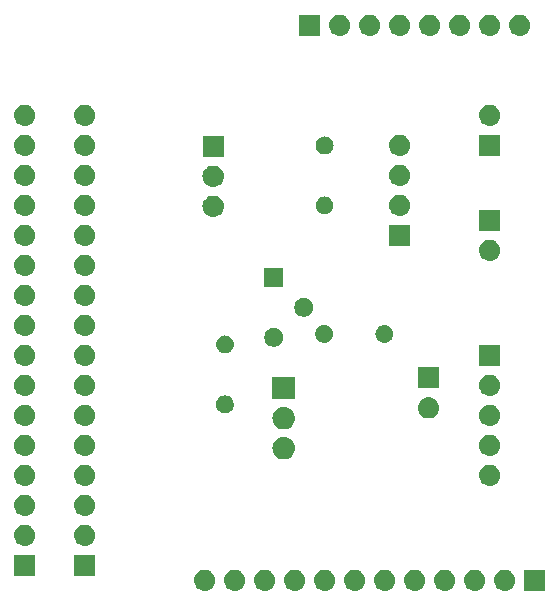
<source format=gbr>
G04 #@! TF.GenerationSoftware,KiCad,Pcbnew,5.0.2-bee76a0~70~ubuntu18.04.1*
G04 #@! TF.CreationDate,2019-07-21T13:39:32-04:00*
G04 #@! TF.ProjectId,knuth-gateway,6b6e7574-682d-4676-9174-657761792e6b,rev?*
G04 #@! TF.SameCoordinates,Original*
G04 #@! TF.FileFunction,Soldermask,Bot*
G04 #@! TF.FilePolarity,Negative*
%FSLAX46Y46*%
G04 Gerber Fmt 4.6, Leading zero omitted, Abs format (unit mm)*
G04 Created by KiCad (PCBNEW 5.0.2-bee76a0~70~ubuntu18.04.1) date Sun 21 Jul 2019 01:39:32 PM EDT*
%MOMM*%
%LPD*%
G01*
G04 APERTURE LIST*
%ADD10C,0.100000*%
G04 APERTURE END LIST*
D10*
G36*
X258711000Y-108851000D02*
X256909000Y-108851000D01*
X256909000Y-107049000D01*
X258711000Y-107049000D01*
X258711000Y-108851000D01*
X258711000Y-108851000D01*
G37*
G36*
X255380442Y-107055518D02*
X255446627Y-107062037D01*
X255559853Y-107096384D01*
X255616467Y-107113557D01*
X255755087Y-107187652D01*
X255772991Y-107197222D01*
X255808729Y-107226552D01*
X255910186Y-107309814D01*
X255993448Y-107411271D01*
X256022778Y-107447009D01*
X256022779Y-107447011D01*
X256106443Y-107603533D01*
X256106443Y-107603534D01*
X256157963Y-107773373D01*
X256175359Y-107950000D01*
X256157963Y-108126627D01*
X256123616Y-108239853D01*
X256106443Y-108296467D01*
X256032348Y-108435087D01*
X256022778Y-108452991D01*
X255993448Y-108488729D01*
X255910186Y-108590186D01*
X255808729Y-108673448D01*
X255772991Y-108702778D01*
X255772989Y-108702779D01*
X255616467Y-108786443D01*
X255559853Y-108803616D01*
X255446627Y-108837963D01*
X255380442Y-108844482D01*
X255314260Y-108851000D01*
X255225740Y-108851000D01*
X255159558Y-108844482D01*
X255093373Y-108837963D01*
X254980147Y-108803616D01*
X254923533Y-108786443D01*
X254767011Y-108702779D01*
X254767009Y-108702778D01*
X254731271Y-108673448D01*
X254629814Y-108590186D01*
X254546552Y-108488729D01*
X254517222Y-108452991D01*
X254507652Y-108435087D01*
X254433557Y-108296467D01*
X254416384Y-108239853D01*
X254382037Y-108126627D01*
X254364641Y-107950000D01*
X254382037Y-107773373D01*
X254433557Y-107603534D01*
X254433557Y-107603533D01*
X254517221Y-107447011D01*
X254517222Y-107447009D01*
X254546552Y-107411271D01*
X254629814Y-107309814D01*
X254731271Y-107226552D01*
X254767009Y-107197222D01*
X254784913Y-107187652D01*
X254923533Y-107113557D01*
X254980147Y-107096384D01*
X255093373Y-107062037D01*
X255159558Y-107055518D01*
X255225740Y-107049000D01*
X255314260Y-107049000D01*
X255380442Y-107055518D01*
X255380442Y-107055518D01*
G37*
G36*
X229980442Y-107055518D02*
X230046627Y-107062037D01*
X230159853Y-107096384D01*
X230216467Y-107113557D01*
X230355087Y-107187652D01*
X230372991Y-107197222D01*
X230408729Y-107226552D01*
X230510186Y-107309814D01*
X230593448Y-107411271D01*
X230622778Y-107447009D01*
X230622779Y-107447011D01*
X230706443Y-107603533D01*
X230706443Y-107603534D01*
X230757963Y-107773373D01*
X230775359Y-107950000D01*
X230757963Y-108126627D01*
X230723616Y-108239853D01*
X230706443Y-108296467D01*
X230632348Y-108435087D01*
X230622778Y-108452991D01*
X230593448Y-108488729D01*
X230510186Y-108590186D01*
X230408729Y-108673448D01*
X230372991Y-108702778D01*
X230372989Y-108702779D01*
X230216467Y-108786443D01*
X230159853Y-108803616D01*
X230046627Y-108837963D01*
X229980442Y-108844482D01*
X229914260Y-108851000D01*
X229825740Y-108851000D01*
X229759558Y-108844482D01*
X229693373Y-108837963D01*
X229580147Y-108803616D01*
X229523533Y-108786443D01*
X229367011Y-108702779D01*
X229367009Y-108702778D01*
X229331271Y-108673448D01*
X229229814Y-108590186D01*
X229146552Y-108488729D01*
X229117222Y-108452991D01*
X229107652Y-108435087D01*
X229033557Y-108296467D01*
X229016384Y-108239853D01*
X228982037Y-108126627D01*
X228964641Y-107950000D01*
X228982037Y-107773373D01*
X229033557Y-107603534D01*
X229033557Y-107603533D01*
X229117221Y-107447011D01*
X229117222Y-107447009D01*
X229146552Y-107411271D01*
X229229814Y-107309814D01*
X229331271Y-107226552D01*
X229367009Y-107197222D01*
X229384913Y-107187652D01*
X229523533Y-107113557D01*
X229580147Y-107096384D01*
X229693373Y-107062037D01*
X229759558Y-107055518D01*
X229825740Y-107049000D01*
X229914260Y-107049000D01*
X229980442Y-107055518D01*
X229980442Y-107055518D01*
G37*
G36*
X232520442Y-107055518D02*
X232586627Y-107062037D01*
X232699853Y-107096384D01*
X232756467Y-107113557D01*
X232895087Y-107187652D01*
X232912991Y-107197222D01*
X232948729Y-107226552D01*
X233050186Y-107309814D01*
X233133448Y-107411271D01*
X233162778Y-107447009D01*
X233162779Y-107447011D01*
X233246443Y-107603533D01*
X233246443Y-107603534D01*
X233297963Y-107773373D01*
X233315359Y-107950000D01*
X233297963Y-108126627D01*
X233263616Y-108239853D01*
X233246443Y-108296467D01*
X233172348Y-108435087D01*
X233162778Y-108452991D01*
X233133448Y-108488729D01*
X233050186Y-108590186D01*
X232948729Y-108673448D01*
X232912991Y-108702778D01*
X232912989Y-108702779D01*
X232756467Y-108786443D01*
X232699853Y-108803616D01*
X232586627Y-108837963D01*
X232520442Y-108844482D01*
X232454260Y-108851000D01*
X232365740Y-108851000D01*
X232299558Y-108844482D01*
X232233373Y-108837963D01*
X232120147Y-108803616D01*
X232063533Y-108786443D01*
X231907011Y-108702779D01*
X231907009Y-108702778D01*
X231871271Y-108673448D01*
X231769814Y-108590186D01*
X231686552Y-108488729D01*
X231657222Y-108452991D01*
X231647652Y-108435087D01*
X231573557Y-108296467D01*
X231556384Y-108239853D01*
X231522037Y-108126627D01*
X231504641Y-107950000D01*
X231522037Y-107773373D01*
X231573557Y-107603534D01*
X231573557Y-107603533D01*
X231657221Y-107447011D01*
X231657222Y-107447009D01*
X231686552Y-107411271D01*
X231769814Y-107309814D01*
X231871271Y-107226552D01*
X231907009Y-107197222D01*
X231924913Y-107187652D01*
X232063533Y-107113557D01*
X232120147Y-107096384D01*
X232233373Y-107062037D01*
X232299558Y-107055518D01*
X232365740Y-107049000D01*
X232454260Y-107049000D01*
X232520442Y-107055518D01*
X232520442Y-107055518D01*
G37*
G36*
X235060442Y-107055518D02*
X235126627Y-107062037D01*
X235239853Y-107096384D01*
X235296467Y-107113557D01*
X235435087Y-107187652D01*
X235452991Y-107197222D01*
X235488729Y-107226552D01*
X235590186Y-107309814D01*
X235673448Y-107411271D01*
X235702778Y-107447009D01*
X235702779Y-107447011D01*
X235786443Y-107603533D01*
X235786443Y-107603534D01*
X235837963Y-107773373D01*
X235855359Y-107950000D01*
X235837963Y-108126627D01*
X235803616Y-108239853D01*
X235786443Y-108296467D01*
X235712348Y-108435087D01*
X235702778Y-108452991D01*
X235673448Y-108488729D01*
X235590186Y-108590186D01*
X235488729Y-108673448D01*
X235452991Y-108702778D01*
X235452989Y-108702779D01*
X235296467Y-108786443D01*
X235239853Y-108803616D01*
X235126627Y-108837963D01*
X235060442Y-108844482D01*
X234994260Y-108851000D01*
X234905740Y-108851000D01*
X234839558Y-108844482D01*
X234773373Y-108837963D01*
X234660147Y-108803616D01*
X234603533Y-108786443D01*
X234447011Y-108702779D01*
X234447009Y-108702778D01*
X234411271Y-108673448D01*
X234309814Y-108590186D01*
X234226552Y-108488729D01*
X234197222Y-108452991D01*
X234187652Y-108435087D01*
X234113557Y-108296467D01*
X234096384Y-108239853D01*
X234062037Y-108126627D01*
X234044641Y-107950000D01*
X234062037Y-107773373D01*
X234113557Y-107603534D01*
X234113557Y-107603533D01*
X234197221Y-107447011D01*
X234197222Y-107447009D01*
X234226552Y-107411271D01*
X234309814Y-107309814D01*
X234411271Y-107226552D01*
X234447009Y-107197222D01*
X234464913Y-107187652D01*
X234603533Y-107113557D01*
X234660147Y-107096384D01*
X234773373Y-107062037D01*
X234839558Y-107055518D01*
X234905740Y-107049000D01*
X234994260Y-107049000D01*
X235060442Y-107055518D01*
X235060442Y-107055518D01*
G37*
G36*
X237600442Y-107055518D02*
X237666627Y-107062037D01*
X237779853Y-107096384D01*
X237836467Y-107113557D01*
X237975087Y-107187652D01*
X237992991Y-107197222D01*
X238028729Y-107226552D01*
X238130186Y-107309814D01*
X238213448Y-107411271D01*
X238242778Y-107447009D01*
X238242779Y-107447011D01*
X238326443Y-107603533D01*
X238326443Y-107603534D01*
X238377963Y-107773373D01*
X238395359Y-107950000D01*
X238377963Y-108126627D01*
X238343616Y-108239853D01*
X238326443Y-108296467D01*
X238252348Y-108435087D01*
X238242778Y-108452991D01*
X238213448Y-108488729D01*
X238130186Y-108590186D01*
X238028729Y-108673448D01*
X237992991Y-108702778D01*
X237992989Y-108702779D01*
X237836467Y-108786443D01*
X237779853Y-108803616D01*
X237666627Y-108837963D01*
X237600442Y-108844482D01*
X237534260Y-108851000D01*
X237445740Y-108851000D01*
X237379558Y-108844482D01*
X237313373Y-108837963D01*
X237200147Y-108803616D01*
X237143533Y-108786443D01*
X236987011Y-108702779D01*
X236987009Y-108702778D01*
X236951271Y-108673448D01*
X236849814Y-108590186D01*
X236766552Y-108488729D01*
X236737222Y-108452991D01*
X236727652Y-108435087D01*
X236653557Y-108296467D01*
X236636384Y-108239853D01*
X236602037Y-108126627D01*
X236584641Y-107950000D01*
X236602037Y-107773373D01*
X236653557Y-107603534D01*
X236653557Y-107603533D01*
X236737221Y-107447011D01*
X236737222Y-107447009D01*
X236766552Y-107411271D01*
X236849814Y-107309814D01*
X236951271Y-107226552D01*
X236987009Y-107197222D01*
X237004913Y-107187652D01*
X237143533Y-107113557D01*
X237200147Y-107096384D01*
X237313373Y-107062037D01*
X237379558Y-107055518D01*
X237445740Y-107049000D01*
X237534260Y-107049000D01*
X237600442Y-107055518D01*
X237600442Y-107055518D01*
G37*
G36*
X240140442Y-107055518D02*
X240206627Y-107062037D01*
X240319853Y-107096384D01*
X240376467Y-107113557D01*
X240515087Y-107187652D01*
X240532991Y-107197222D01*
X240568729Y-107226552D01*
X240670186Y-107309814D01*
X240753448Y-107411271D01*
X240782778Y-107447009D01*
X240782779Y-107447011D01*
X240866443Y-107603533D01*
X240866443Y-107603534D01*
X240917963Y-107773373D01*
X240935359Y-107950000D01*
X240917963Y-108126627D01*
X240883616Y-108239853D01*
X240866443Y-108296467D01*
X240792348Y-108435087D01*
X240782778Y-108452991D01*
X240753448Y-108488729D01*
X240670186Y-108590186D01*
X240568729Y-108673448D01*
X240532991Y-108702778D01*
X240532989Y-108702779D01*
X240376467Y-108786443D01*
X240319853Y-108803616D01*
X240206627Y-108837963D01*
X240140442Y-108844482D01*
X240074260Y-108851000D01*
X239985740Y-108851000D01*
X239919558Y-108844482D01*
X239853373Y-108837963D01*
X239740147Y-108803616D01*
X239683533Y-108786443D01*
X239527011Y-108702779D01*
X239527009Y-108702778D01*
X239491271Y-108673448D01*
X239389814Y-108590186D01*
X239306552Y-108488729D01*
X239277222Y-108452991D01*
X239267652Y-108435087D01*
X239193557Y-108296467D01*
X239176384Y-108239853D01*
X239142037Y-108126627D01*
X239124641Y-107950000D01*
X239142037Y-107773373D01*
X239193557Y-107603534D01*
X239193557Y-107603533D01*
X239277221Y-107447011D01*
X239277222Y-107447009D01*
X239306552Y-107411271D01*
X239389814Y-107309814D01*
X239491271Y-107226552D01*
X239527009Y-107197222D01*
X239544913Y-107187652D01*
X239683533Y-107113557D01*
X239740147Y-107096384D01*
X239853373Y-107062037D01*
X239919558Y-107055518D01*
X239985740Y-107049000D01*
X240074260Y-107049000D01*
X240140442Y-107055518D01*
X240140442Y-107055518D01*
G37*
G36*
X245220442Y-107055518D02*
X245286627Y-107062037D01*
X245399853Y-107096384D01*
X245456467Y-107113557D01*
X245595087Y-107187652D01*
X245612991Y-107197222D01*
X245648729Y-107226552D01*
X245750186Y-107309814D01*
X245833448Y-107411271D01*
X245862778Y-107447009D01*
X245862779Y-107447011D01*
X245946443Y-107603533D01*
X245946443Y-107603534D01*
X245997963Y-107773373D01*
X246015359Y-107950000D01*
X245997963Y-108126627D01*
X245963616Y-108239853D01*
X245946443Y-108296467D01*
X245872348Y-108435087D01*
X245862778Y-108452991D01*
X245833448Y-108488729D01*
X245750186Y-108590186D01*
X245648729Y-108673448D01*
X245612991Y-108702778D01*
X245612989Y-108702779D01*
X245456467Y-108786443D01*
X245399853Y-108803616D01*
X245286627Y-108837963D01*
X245220442Y-108844482D01*
X245154260Y-108851000D01*
X245065740Y-108851000D01*
X244999558Y-108844482D01*
X244933373Y-108837963D01*
X244820147Y-108803616D01*
X244763533Y-108786443D01*
X244607011Y-108702779D01*
X244607009Y-108702778D01*
X244571271Y-108673448D01*
X244469814Y-108590186D01*
X244386552Y-108488729D01*
X244357222Y-108452991D01*
X244347652Y-108435087D01*
X244273557Y-108296467D01*
X244256384Y-108239853D01*
X244222037Y-108126627D01*
X244204641Y-107950000D01*
X244222037Y-107773373D01*
X244273557Y-107603534D01*
X244273557Y-107603533D01*
X244357221Y-107447011D01*
X244357222Y-107447009D01*
X244386552Y-107411271D01*
X244469814Y-107309814D01*
X244571271Y-107226552D01*
X244607009Y-107197222D01*
X244624913Y-107187652D01*
X244763533Y-107113557D01*
X244820147Y-107096384D01*
X244933373Y-107062037D01*
X244999558Y-107055518D01*
X245065740Y-107049000D01*
X245154260Y-107049000D01*
X245220442Y-107055518D01*
X245220442Y-107055518D01*
G37*
G36*
X247760442Y-107055518D02*
X247826627Y-107062037D01*
X247939853Y-107096384D01*
X247996467Y-107113557D01*
X248135087Y-107187652D01*
X248152991Y-107197222D01*
X248188729Y-107226552D01*
X248290186Y-107309814D01*
X248373448Y-107411271D01*
X248402778Y-107447009D01*
X248402779Y-107447011D01*
X248486443Y-107603533D01*
X248486443Y-107603534D01*
X248537963Y-107773373D01*
X248555359Y-107950000D01*
X248537963Y-108126627D01*
X248503616Y-108239853D01*
X248486443Y-108296467D01*
X248412348Y-108435087D01*
X248402778Y-108452991D01*
X248373448Y-108488729D01*
X248290186Y-108590186D01*
X248188729Y-108673448D01*
X248152991Y-108702778D01*
X248152989Y-108702779D01*
X247996467Y-108786443D01*
X247939853Y-108803616D01*
X247826627Y-108837963D01*
X247760442Y-108844482D01*
X247694260Y-108851000D01*
X247605740Y-108851000D01*
X247539558Y-108844482D01*
X247473373Y-108837963D01*
X247360147Y-108803616D01*
X247303533Y-108786443D01*
X247147011Y-108702779D01*
X247147009Y-108702778D01*
X247111271Y-108673448D01*
X247009814Y-108590186D01*
X246926552Y-108488729D01*
X246897222Y-108452991D01*
X246887652Y-108435087D01*
X246813557Y-108296467D01*
X246796384Y-108239853D01*
X246762037Y-108126627D01*
X246744641Y-107950000D01*
X246762037Y-107773373D01*
X246813557Y-107603534D01*
X246813557Y-107603533D01*
X246897221Y-107447011D01*
X246897222Y-107447009D01*
X246926552Y-107411271D01*
X247009814Y-107309814D01*
X247111271Y-107226552D01*
X247147009Y-107197222D01*
X247164913Y-107187652D01*
X247303533Y-107113557D01*
X247360147Y-107096384D01*
X247473373Y-107062037D01*
X247539558Y-107055518D01*
X247605740Y-107049000D01*
X247694260Y-107049000D01*
X247760442Y-107055518D01*
X247760442Y-107055518D01*
G37*
G36*
X250300442Y-107055518D02*
X250366627Y-107062037D01*
X250479853Y-107096384D01*
X250536467Y-107113557D01*
X250675087Y-107187652D01*
X250692991Y-107197222D01*
X250728729Y-107226552D01*
X250830186Y-107309814D01*
X250913448Y-107411271D01*
X250942778Y-107447009D01*
X250942779Y-107447011D01*
X251026443Y-107603533D01*
X251026443Y-107603534D01*
X251077963Y-107773373D01*
X251095359Y-107950000D01*
X251077963Y-108126627D01*
X251043616Y-108239853D01*
X251026443Y-108296467D01*
X250952348Y-108435087D01*
X250942778Y-108452991D01*
X250913448Y-108488729D01*
X250830186Y-108590186D01*
X250728729Y-108673448D01*
X250692991Y-108702778D01*
X250692989Y-108702779D01*
X250536467Y-108786443D01*
X250479853Y-108803616D01*
X250366627Y-108837963D01*
X250300442Y-108844482D01*
X250234260Y-108851000D01*
X250145740Y-108851000D01*
X250079558Y-108844482D01*
X250013373Y-108837963D01*
X249900147Y-108803616D01*
X249843533Y-108786443D01*
X249687011Y-108702779D01*
X249687009Y-108702778D01*
X249651271Y-108673448D01*
X249549814Y-108590186D01*
X249466552Y-108488729D01*
X249437222Y-108452991D01*
X249427652Y-108435087D01*
X249353557Y-108296467D01*
X249336384Y-108239853D01*
X249302037Y-108126627D01*
X249284641Y-107950000D01*
X249302037Y-107773373D01*
X249353557Y-107603534D01*
X249353557Y-107603533D01*
X249437221Y-107447011D01*
X249437222Y-107447009D01*
X249466552Y-107411271D01*
X249549814Y-107309814D01*
X249651271Y-107226552D01*
X249687009Y-107197222D01*
X249704913Y-107187652D01*
X249843533Y-107113557D01*
X249900147Y-107096384D01*
X250013373Y-107062037D01*
X250079558Y-107055518D01*
X250145740Y-107049000D01*
X250234260Y-107049000D01*
X250300442Y-107055518D01*
X250300442Y-107055518D01*
G37*
G36*
X252840442Y-107055518D02*
X252906627Y-107062037D01*
X253019853Y-107096384D01*
X253076467Y-107113557D01*
X253215087Y-107187652D01*
X253232991Y-107197222D01*
X253268729Y-107226552D01*
X253370186Y-107309814D01*
X253453448Y-107411271D01*
X253482778Y-107447009D01*
X253482779Y-107447011D01*
X253566443Y-107603533D01*
X253566443Y-107603534D01*
X253617963Y-107773373D01*
X253635359Y-107950000D01*
X253617963Y-108126627D01*
X253583616Y-108239853D01*
X253566443Y-108296467D01*
X253492348Y-108435087D01*
X253482778Y-108452991D01*
X253453448Y-108488729D01*
X253370186Y-108590186D01*
X253268729Y-108673448D01*
X253232991Y-108702778D01*
X253232989Y-108702779D01*
X253076467Y-108786443D01*
X253019853Y-108803616D01*
X252906627Y-108837963D01*
X252840442Y-108844482D01*
X252774260Y-108851000D01*
X252685740Y-108851000D01*
X252619558Y-108844482D01*
X252553373Y-108837963D01*
X252440147Y-108803616D01*
X252383533Y-108786443D01*
X252227011Y-108702779D01*
X252227009Y-108702778D01*
X252191271Y-108673448D01*
X252089814Y-108590186D01*
X252006552Y-108488729D01*
X251977222Y-108452991D01*
X251967652Y-108435087D01*
X251893557Y-108296467D01*
X251876384Y-108239853D01*
X251842037Y-108126627D01*
X251824641Y-107950000D01*
X251842037Y-107773373D01*
X251893557Y-107603534D01*
X251893557Y-107603533D01*
X251977221Y-107447011D01*
X251977222Y-107447009D01*
X252006552Y-107411271D01*
X252089814Y-107309814D01*
X252191271Y-107226552D01*
X252227009Y-107197222D01*
X252244913Y-107187652D01*
X252383533Y-107113557D01*
X252440147Y-107096384D01*
X252553373Y-107062037D01*
X252619558Y-107055518D01*
X252685740Y-107049000D01*
X252774260Y-107049000D01*
X252840442Y-107055518D01*
X252840442Y-107055518D01*
G37*
G36*
X242680442Y-107055518D02*
X242746627Y-107062037D01*
X242859853Y-107096384D01*
X242916467Y-107113557D01*
X243055087Y-107187652D01*
X243072991Y-107197222D01*
X243108729Y-107226552D01*
X243210186Y-107309814D01*
X243293448Y-107411271D01*
X243322778Y-107447009D01*
X243322779Y-107447011D01*
X243406443Y-107603533D01*
X243406443Y-107603534D01*
X243457963Y-107773373D01*
X243475359Y-107950000D01*
X243457963Y-108126627D01*
X243423616Y-108239853D01*
X243406443Y-108296467D01*
X243332348Y-108435087D01*
X243322778Y-108452991D01*
X243293448Y-108488729D01*
X243210186Y-108590186D01*
X243108729Y-108673448D01*
X243072991Y-108702778D01*
X243072989Y-108702779D01*
X242916467Y-108786443D01*
X242859853Y-108803616D01*
X242746627Y-108837963D01*
X242680442Y-108844482D01*
X242614260Y-108851000D01*
X242525740Y-108851000D01*
X242459558Y-108844482D01*
X242393373Y-108837963D01*
X242280147Y-108803616D01*
X242223533Y-108786443D01*
X242067011Y-108702779D01*
X242067009Y-108702778D01*
X242031271Y-108673448D01*
X241929814Y-108590186D01*
X241846552Y-108488729D01*
X241817222Y-108452991D01*
X241807652Y-108435087D01*
X241733557Y-108296467D01*
X241716384Y-108239853D01*
X241682037Y-108126627D01*
X241664641Y-107950000D01*
X241682037Y-107773373D01*
X241733557Y-107603534D01*
X241733557Y-107603533D01*
X241817221Y-107447011D01*
X241817222Y-107447009D01*
X241846552Y-107411271D01*
X241929814Y-107309814D01*
X242031271Y-107226552D01*
X242067009Y-107197222D01*
X242084913Y-107187652D01*
X242223533Y-107113557D01*
X242280147Y-107096384D01*
X242393373Y-107062037D01*
X242459558Y-107055518D01*
X242525740Y-107049000D01*
X242614260Y-107049000D01*
X242680442Y-107055518D01*
X242680442Y-107055518D01*
G37*
G36*
X215531000Y-107581000D02*
X213729000Y-107581000D01*
X213729000Y-105779000D01*
X215531000Y-105779000D01*
X215531000Y-107581000D01*
X215531000Y-107581000D01*
G37*
G36*
X220611000Y-107581000D02*
X218809000Y-107581000D01*
X218809000Y-105779000D01*
X220611000Y-105779000D01*
X220611000Y-107581000D01*
X220611000Y-107581000D01*
G37*
G36*
X214740443Y-103245519D02*
X214806627Y-103252037D01*
X214919853Y-103286384D01*
X214976467Y-103303557D01*
X215115087Y-103377652D01*
X215132991Y-103387222D01*
X215168729Y-103416552D01*
X215270186Y-103499814D01*
X215353448Y-103601271D01*
X215382778Y-103637009D01*
X215382779Y-103637011D01*
X215466443Y-103793533D01*
X215466443Y-103793534D01*
X215517963Y-103963373D01*
X215535359Y-104140000D01*
X215517963Y-104316627D01*
X215483616Y-104429853D01*
X215466443Y-104486467D01*
X215392348Y-104625087D01*
X215382778Y-104642991D01*
X215353448Y-104678729D01*
X215270186Y-104780186D01*
X215168729Y-104863448D01*
X215132991Y-104892778D01*
X215132989Y-104892779D01*
X214976467Y-104976443D01*
X214919853Y-104993616D01*
X214806627Y-105027963D01*
X214740442Y-105034482D01*
X214674260Y-105041000D01*
X214585740Y-105041000D01*
X214519557Y-105034481D01*
X214453373Y-105027963D01*
X214340147Y-104993616D01*
X214283533Y-104976443D01*
X214127011Y-104892779D01*
X214127009Y-104892778D01*
X214091271Y-104863448D01*
X213989814Y-104780186D01*
X213906552Y-104678729D01*
X213877222Y-104642991D01*
X213867652Y-104625087D01*
X213793557Y-104486467D01*
X213776384Y-104429853D01*
X213742037Y-104316627D01*
X213724641Y-104140000D01*
X213742037Y-103963373D01*
X213793557Y-103793534D01*
X213793557Y-103793533D01*
X213877221Y-103637011D01*
X213877222Y-103637009D01*
X213906552Y-103601271D01*
X213989814Y-103499814D01*
X214091271Y-103416552D01*
X214127009Y-103387222D01*
X214144913Y-103377652D01*
X214283533Y-103303557D01*
X214340147Y-103286384D01*
X214453373Y-103252037D01*
X214519558Y-103245518D01*
X214585740Y-103239000D01*
X214674260Y-103239000D01*
X214740443Y-103245519D01*
X214740443Y-103245519D01*
G37*
G36*
X219820443Y-103245519D02*
X219886627Y-103252037D01*
X219999853Y-103286384D01*
X220056467Y-103303557D01*
X220195087Y-103377652D01*
X220212991Y-103387222D01*
X220248729Y-103416552D01*
X220350186Y-103499814D01*
X220433448Y-103601271D01*
X220462778Y-103637009D01*
X220462779Y-103637011D01*
X220546443Y-103793533D01*
X220546443Y-103793534D01*
X220597963Y-103963373D01*
X220615359Y-104140000D01*
X220597963Y-104316627D01*
X220563616Y-104429853D01*
X220546443Y-104486467D01*
X220472348Y-104625087D01*
X220462778Y-104642991D01*
X220433448Y-104678729D01*
X220350186Y-104780186D01*
X220248729Y-104863448D01*
X220212991Y-104892778D01*
X220212989Y-104892779D01*
X220056467Y-104976443D01*
X219999853Y-104993616D01*
X219886627Y-105027963D01*
X219820442Y-105034482D01*
X219754260Y-105041000D01*
X219665740Y-105041000D01*
X219599557Y-105034481D01*
X219533373Y-105027963D01*
X219420147Y-104993616D01*
X219363533Y-104976443D01*
X219207011Y-104892779D01*
X219207009Y-104892778D01*
X219171271Y-104863448D01*
X219069814Y-104780186D01*
X218986552Y-104678729D01*
X218957222Y-104642991D01*
X218947652Y-104625087D01*
X218873557Y-104486467D01*
X218856384Y-104429853D01*
X218822037Y-104316627D01*
X218804641Y-104140000D01*
X218822037Y-103963373D01*
X218873557Y-103793534D01*
X218873557Y-103793533D01*
X218957221Y-103637011D01*
X218957222Y-103637009D01*
X218986552Y-103601271D01*
X219069814Y-103499814D01*
X219171271Y-103416552D01*
X219207009Y-103387222D01*
X219224913Y-103377652D01*
X219363533Y-103303557D01*
X219420147Y-103286384D01*
X219533373Y-103252037D01*
X219599558Y-103245518D01*
X219665740Y-103239000D01*
X219754260Y-103239000D01*
X219820443Y-103245519D01*
X219820443Y-103245519D01*
G37*
G36*
X214740443Y-100705519D02*
X214806627Y-100712037D01*
X214919853Y-100746384D01*
X214976467Y-100763557D01*
X215115087Y-100837652D01*
X215132991Y-100847222D01*
X215168729Y-100876552D01*
X215270186Y-100959814D01*
X215353448Y-101061271D01*
X215382778Y-101097009D01*
X215382779Y-101097011D01*
X215466443Y-101253533D01*
X215466443Y-101253534D01*
X215517963Y-101423373D01*
X215535359Y-101600000D01*
X215517963Y-101776627D01*
X215483616Y-101889853D01*
X215466443Y-101946467D01*
X215392348Y-102085087D01*
X215382778Y-102102991D01*
X215353448Y-102138729D01*
X215270186Y-102240186D01*
X215168729Y-102323448D01*
X215132991Y-102352778D01*
X215132989Y-102352779D01*
X214976467Y-102436443D01*
X214919853Y-102453616D01*
X214806627Y-102487963D01*
X214740442Y-102494482D01*
X214674260Y-102501000D01*
X214585740Y-102501000D01*
X214519558Y-102494482D01*
X214453373Y-102487963D01*
X214340147Y-102453616D01*
X214283533Y-102436443D01*
X214127011Y-102352779D01*
X214127009Y-102352778D01*
X214091271Y-102323448D01*
X213989814Y-102240186D01*
X213906552Y-102138729D01*
X213877222Y-102102991D01*
X213867652Y-102085087D01*
X213793557Y-101946467D01*
X213776384Y-101889853D01*
X213742037Y-101776627D01*
X213724641Y-101600000D01*
X213742037Y-101423373D01*
X213793557Y-101253534D01*
X213793557Y-101253533D01*
X213877221Y-101097011D01*
X213877222Y-101097009D01*
X213906552Y-101061271D01*
X213989814Y-100959814D01*
X214091271Y-100876552D01*
X214127009Y-100847222D01*
X214144913Y-100837652D01*
X214283533Y-100763557D01*
X214340147Y-100746384D01*
X214453373Y-100712037D01*
X214519557Y-100705519D01*
X214585740Y-100699000D01*
X214674260Y-100699000D01*
X214740443Y-100705519D01*
X214740443Y-100705519D01*
G37*
G36*
X219820443Y-100705519D02*
X219886627Y-100712037D01*
X219999853Y-100746384D01*
X220056467Y-100763557D01*
X220195087Y-100837652D01*
X220212991Y-100847222D01*
X220248729Y-100876552D01*
X220350186Y-100959814D01*
X220433448Y-101061271D01*
X220462778Y-101097009D01*
X220462779Y-101097011D01*
X220546443Y-101253533D01*
X220546443Y-101253534D01*
X220597963Y-101423373D01*
X220615359Y-101600000D01*
X220597963Y-101776627D01*
X220563616Y-101889853D01*
X220546443Y-101946467D01*
X220472348Y-102085087D01*
X220462778Y-102102991D01*
X220433448Y-102138729D01*
X220350186Y-102240186D01*
X220248729Y-102323448D01*
X220212991Y-102352778D01*
X220212989Y-102352779D01*
X220056467Y-102436443D01*
X219999853Y-102453616D01*
X219886627Y-102487963D01*
X219820442Y-102494482D01*
X219754260Y-102501000D01*
X219665740Y-102501000D01*
X219599558Y-102494482D01*
X219533373Y-102487963D01*
X219420147Y-102453616D01*
X219363533Y-102436443D01*
X219207011Y-102352779D01*
X219207009Y-102352778D01*
X219171271Y-102323448D01*
X219069814Y-102240186D01*
X218986552Y-102138729D01*
X218957222Y-102102991D01*
X218947652Y-102085087D01*
X218873557Y-101946467D01*
X218856384Y-101889853D01*
X218822037Y-101776627D01*
X218804641Y-101600000D01*
X218822037Y-101423373D01*
X218873557Y-101253534D01*
X218873557Y-101253533D01*
X218957221Y-101097011D01*
X218957222Y-101097009D01*
X218986552Y-101061271D01*
X219069814Y-100959814D01*
X219171271Y-100876552D01*
X219207009Y-100847222D01*
X219224913Y-100837652D01*
X219363533Y-100763557D01*
X219420147Y-100746384D01*
X219533373Y-100712037D01*
X219599557Y-100705519D01*
X219665740Y-100699000D01*
X219754260Y-100699000D01*
X219820443Y-100705519D01*
X219820443Y-100705519D01*
G37*
G36*
X254110443Y-98165519D02*
X254176627Y-98172037D01*
X254289853Y-98206384D01*
X254346467Y-98223557D01*
X254485087Y-98297652D01*
X254502991Y-98307222D01*
X254538729Y-98336552D01*
X254640186Y-98419814D01*
X254723448Y-98521271D01*
X254752778Y-98557009D01*
X254752779Y-98557011D01*
X254836443Y-98713533D01*
X254836443Y-98713534D01*
X254887963Y-98883373D01*
X254905359Y-99060000D01*
X254887963Y-99236627D01*
X254853616Y-99349853D01*
X254836443Y-99406467D01*
X254762348Y-99545087D01*
X254752778Y-99562991D01*
X254723448Y-99598729D01*
X254640186Y-99700186D01*
X254538729Y-99783448D01*
X254502991Y-99812778D01*
X254502989Y-99812779D01*
X254346467Y-99896443D01*
X254289853Y-99913616D01*
X254176627Y-99947963D01*
X254110443Y-99954481D01*
X254044260Y-99961000D01*
X253955740Y-99961000D01*
X253889557Y-99954481D01*
X253823373Y-99947963D01*
X253710147Y-99913616D01*
X253653533Y-99896443D01*
X253497011Y-99812779D01*
X253497009Y-99812778D01*
X253461271Y-99783448D01*
X253359814Y-99700186D01*
X253276552Y-99598729D01*
X253247222Y-99562991D01*
X253237652Y-99545087D01*
X253163557Y-99406467D01*
X253146384Y-99349853D01*
X253112037Y-99236627D01*
X253094641Y-99060000D01*
X253112037Y-98883373D01*
X253163557Y-98713534D01*
X253163557Y-98713533D01*
X253247221Y-98557011D01*
X253247222Y-98557009D01*
X253276552Y-98521271D01*
X253359814Y-98419814D01*
X253461271Y-98336552D01*
X253497009Y-98307222D01*
X253514913Y-98297652D01*
X253653533Y-98223557D01*
X253710147Y-98206384D01*
X253823373Y-98172037D01*
X253889557Y-98165519D01*
X253955740Y-98159000D01*
X254044260Y-98159000D01*
X254110443Y-98165519D01*
X254110443Y-98165519D01*
G37*
G36*
X214740443Y-98165519D02*
X214806627Y-98172037D01*
X214919853Y-98206384D01*
X214976467Y-98223557D01*
X215115087Y-98297652D01*
X215132991Y-98307222D01*
X215168729Y-98336552D01*
X215270186Y-98419814D01*
X215353448Y-98521271D01*
X215382778Y-98557009D01*
X215382779Y-98557011D01*
X215466443Y-98713533D01*
X215466443Y-98713534D01*
X215517963Y-98883373D01*
X215535359Y-99060000D01*
X215517963Y-99236627D01*
X215483616Y-99349853D01*
X215466443Y-99406467D01*
X215392348Y-99545087D01*
X215382778Y-99562991D01*
X215353448Y-99598729D01*
X215270186Y-99700186D01*
X215168729Y-99783448D01*
X215132991Y-99812778D01*
X215132989Y-99812779D01*
X214976467Y-99896443D01*
X214919853Y-99913616D01*
X214806627Y-99947963D01*
X214740443Y-99954481D01*
X214674260Y-99961000D01*
X214585740Y-99961000D01*
X214519557Y-99954481D01*
X214453373Y-99947963D01*
X214340147Y-99913616D01*
X214283533Y-99896443D01*
X214127011Y-99812779D01*
X214127009Y-99812778D01*
X214091271Y-99783448D01*
X213989814Y-99700186D01*
X213906552Y-99598729D01*
X213877222Y-99562991D01*
X213867652Y-99545087D01*
X213793557Y-99406467D01*
X213776384Y-99349853D01*
X213742037Y-99236627D01*
X213724641Y-99060000D01*
X213742037Y-98883373D01*
X213793557Y-98713534D01*
X213793557Y-98713533D01*
X213877221Y-98557011D01*
X213877222Y-98557009D01*
X213906552Y-98521271D01*
X213989814Y-98419814D01*
X214091271Y-98336552D01*
X214127009Y-98307222D01*
X214144913Y-98297652D01*
X214283533Y-98223557D01*
X214340147Y-98206384D01*
X214453373Y-98172037D01*
X214519557Y-98165519D01*
X214585740Y-98159000D01*
X214674260Y-98159000D01*
X214740443Y-98165519D01*
X214740443Y-98165519D01*
G37*
G36*
X219820443Y-98165519D02*
X219886627Y-98172037D01*
X219999853Y-98206384D01*
X220056467Y-98223557D01*
X220195087Y-98297652D01*
X220212991Y-98307222D01*
X220248729Y-98336552D01*
X220350186Y-98419814D01*
X220433448Y-98521271D01*
X220462778Y-98557009D01*
X220462779Y-98557011D01*
X220546443Y-98713533D01*
X220546443Y-98713534D01*
X220597963Y-98883373D01*
X220615359Y-99060000D01*
X220597963Y-99236627D01*
X220563616Y-99349853D01*
X220546443Y-99406467D01*
X220472348Y-99545087D01*
X220462778Y-99562991D01*
X220433448Y-99598729D01*
X220350186Y-99700186D01*
X220248729Y-99783448D01*
X220212991Y-99812778D01*
X220212989Y-99812779D01*
X220056467Y-99896443D01*
X219999853Y-99913616D01*
X219886627Y-99947963D01*
X219820443Y-99954481D01*
X219754260Y-99961000D01*
X219665740Y-99961000D01*
X219599557Y-99954481D01*
X219533373Y-99947963D01*
X219420147Y-99913616D01*
X219363533Y-99896443D01*
X219207011Y-99812779D01*
X219207009Y-99812778D01*
X219171271Y-99783448D01*
X219069814Y-99700186D01*
X218986552Y-99598729D01*
X218957222Y-99562991D01*
X218947652Y-99545087D01*
X218873557Y-99406467D01*
X218856384Y-99349853D01*
X218822037Y-99236627D01*
X218804641Y-99060000D01*
X218822037Y-98883373D01*
X218873557Y-98713534D01*
X218873557Y-98713533D01*
X218957221Y-98557011D01*
X218957222Y-98557009D01*
X218986552Y-98521271D01*
X219069814Y-98419814D01*
X219171271Y-98336552D01*
X219207009Y-98307222D01*
X219224913Y-98297652D01*
X219363533Y-98223557D01*
X219420147Y-98206384D01*
X219533373Y-98172037D01*
X219599557Y-98165519D01*
X219665740Y-98159000D01*
X219754260Y-98159000D01*
X219820443Y-98165519D01*
X219820443Y-98165519D01*
G37*
G36*
X236746425Y-95822760D02*
X236746428Y-95822761D01*
X236746429Y-95822761D01*
X236925693Y-95877140D01*
X236925695Y-95877141D01*
X237090905Y-95965448D01*
X237235712Y-96084288D01*
X237354552Y-96229095D01*
X237442859Y-96394305D01*
X237497240Y-96573575D01*
X237515601Y-96760000D01*
X237497240Y-96946425D01*
X237442859Y-97125695D01*
X237354552Y-97290905D01*
X237235712Y-97435712D01*
X237090905Y-97554552D01*
X237090903Y-97554553D01*
X236925693Y-97642860D01*
X236746429Y-97697239D01*
X236746428Y-97697239D01*
X236746425Y-97697240D01*
X236606718Y-97711000D01*
X236513282Y-97711000D01*
X236373575Y-97697240D01*
X236373572Y-97697239D01*
X236373571Y-97697239D01*
X236194307Y-97642860D01*
X236029097Y-97554553D01*
X236029095Y-97554552D01*
X235884288Y-97435712D01*
X235765448Y-97290905D01*
X235677141Y-97125695D01*
X235622760Y-96946425D01*
X235604399Y-96760000D01*
X235622760Y-96573575D01*
X235677141Y-96394305D01*
X235765448Y-96229095D01*
X235884288Y-96084288D01*
X236029095Y-95965448D01*
X236194305Y-95877141D01*
X236194307Y-95877140D01*
X236373571Y-95822761D01*
X236373572Y-95822761D01*
X236373575Y-95822760D01*
X236513282Y-95809000D01*
X236606718Y-95809000D01*
X236746425Y-95822760D01*
X236746425Y-95822760D01*
G37*
G36*
X214740442Y-95625518D02*
X214806627Y-95632037D01*
X214919853Y-95666384D01*
X214976467Y-95683557D01*
X215115087Y-95757652D01*
X215132991Y-95767222D01*
X215168729Y-95796552D01*
X215270186Y-95879814D01*
X215340462Y-95965447D01*
X215382778Y-96017009D01*
X215382779Y-96017011D01*
X215466443Y-96173533D01*
X215466443Y-96173534D01*
X215517963Y-96343373D01*
X215535359Y-96520000D01*
X215517963Y-96696627D01*
X215498739Y-96760000D01*
X215466443Y-96866467D01*
X215423704Y-96946425D01*
X215382778Y-97022991D01*
X215353448Y-97058729D01*
X215270186Y-97160186D01*
X215168729Y-97243448D01*
X215132991Y-97272778D01*
X215132989Y-97272779D01*
X214976467Y-97356443D01*
X214919853Y-97373616D01*
X214806627Y-97407963D01*
X214740442Y-97414482D01*
X214674260Y-97421000D01*
X214585740Y-97421000D01*
X214519558Y-97414482D01*
X214453373Y-97407963D01*
X214340147Y-97373616D01*
X214283533Y-97356443D01*
X214127011Y-97272779D01*
X214127009Y-97272778D01*
X214091271Y-97243448D01*
X213989814Y-97160186D01*
X213906552Y-97058729D01*
X213877222Y-97022991D01*
X213836296Y-96946425D01*
X213793557Y-96866467D01*
X213761261Y-96760000D01*
X213742037Y-96696627D01*
X213724641Y-96520000D01*
X213742037Y-96343373D01*
X213793557Y-96173534D01*
X213793557Y-96173533D01*
X213877221Y-96017011D01*
X213877222Y-96017009D01*
X213919538Y-95965447D01*
X213989814Y-95879814D01*
X214091271Y-95796552D01*
X214127009Y-95767222D01*
X214144913Y-95757652D01*
X214283533Y-95683557D01*
X214340147Y-95666384D01*
X214453373Y-95632037D01*
X214519558Y-95625518D01*
X214585740Y-95619000D01*
X214674260Y-95619000D01*
X214740442Y-95625518D01*
X214740442Y-95625518D01*
G37*
G36*
X219820442Y-95625518D02*
X219886627Y-95632037D01*
X219999853Y-95666384D01*
X220056467Y-95683557D01*
X220195087Y-95757652D01*
X220212991Y-95767222D01*
X220248729Y-95796552D01*
X220350186Y-95879814D01*
X220420462Y-95965447D01*
X220462778Y-96017009D01*
X220462779Y-96017011D01*
X220546443Y-96173533D01*
X220546443Y-96173534D01*
X220597963Y-96343373D01*
X220615359Y-96520000D01*
X220597963Y-96696627D01*
X220578739Y-96760000D01*
X220546443Y-96866467D01*
X220503704Y-96946425D01*
X220462778Y-97022991D01*
X220433448Y-97058729D01*
X220350186Y-97160186D01*
X220248729Y-97243448D01*
X220212991Y-97272778D01*
X220212989Y-97272779D01*
X220056467Y-97356443D01*
X219999853Y-97373616D01*
X219886627Y-97407963D01*
X219820442Y-97414482D01*
X219754260Y-97421000D01*
X219665740Y-97421000D01*
X219599558Y-97414482D01*
X219533373Y-97407963D01*
X219420147Y-97373616D01*
X219363533Y-97356443D01*
X219207011Y-97272779D01*
X219207009Y-97272778D01*
X219171271Y-97243448D01*
X219069814Y-97160186D01*
X218986552Y-97058729D01*
X218957222Y-97022991D01*
X218916296Y-96946425D01*
X218873557Y-96866467D01*
X218841261Y-96760000D01*
X218822037Y-96696627D01*
X218804641Y-96520000D01*
X218822037Y-96343373D01*
X218873557Y-96173534D01*
X218873557Y-96173533D01*
X218957221Y-96017011D01*
X218957222Y-96017009D01*
X218999538Y-95965447D01*
X219069814Y-95879814D01*
X219171271Y-95796552D01*
X219207009Y-95767222D01*
X219224913Y-95757652D01*
X219363533Y-95683557D01*
X219420147Y-95666384D01*
X219533373Y-95632037D01*
X219599558Y-95625518D01*
X219665740Y-95619000D01*
X219754260Y-95619000D01*
X219820442Y-95625518D01*
X219820442Y-95625518D01*
G37*
G36*
X254110442Y-95625518D02*
X254176627Y-95632037D01*
X254289853Y-95666384D01*
X254346467Y-95683557D01*
X254485087Y-95757652D01*
X254502991Y-95767222D01*
X254538729Y-95796552D01*
X254640186Y-95879814D01*
X254710462Y-95965447D01*
X254752778Y-96017009D01*
X254752779Y-96017011D01*
X254836443Y-96173533D01*
X254836443Y-96173534D01*
X254887963Y-96343373D01*
X254905359Y-96520000D01*
X254887963Y-96696627D01*
X254868739Y-96760000D01*
X254836443Y-96866467D01*
X254793704Y-96946425D01*
X254752778Y-97022991D01*
X254723448Y-97058729D01*
X254640186Y-97160186D01*
X254538729Y-97243448D01*
X254502991Y-97272778D01*
X254502989Y-97272779D01*
X254346467Y-97356443D01*
X254289853Y-97373616D01*
X254176627Y-97407963D01*
X254110442Y-97414482D01*
X254044260Y-97421000D01*
X253955740Y-97421000D01*
X253889558Y-97414482D01*
X253823373Y-97407963D01*
X253710147Y-97373616D01*
X253653533Y-97356443D01*
X253497011Y-97272779D01*
X253497009Y-97272778D01*
X253461271Y-97243448D01*
X253359814Y-97160186D01*
X253276552Y-97058729D01*
X253247222Y-97022991D01*
X253206296Y-96946425D01*
X253163557Y-96866467D01*
X253131261Y-96760000D01*
X253112037Y-96696627D01*
X253094641Y-96520000D01*
X253112037Y-96343373D01*
X253163557Y-96173534D01*
X253163557Y-96173533D01*
X253247221Y-96017011D01*
X253247222Y-96017009D01*
X253289538Y-95965447D01*
X253359814Y-95879814D01*
X253461271Y-95796552D01*
X253497009Y-95767222D01*
X253514913Y-95757652D01*
X253653533Y-95683557D01*
X253710147Y-95666384D01*
X253823373Y-95632037D01*
X253889558Y-95625518D01*
X253955740Y-95619000D01*
X254044260Y-95619000D01*
X254110442Y-95625518D01*
X254110442Y-95625518D01*
G37*
G36*
X236746425Y-93282760D02*
X236746428Y-93282761D01*
X236746429Y-93282761D01*
X236925693Y-93337140D01*
X236925695Y-93337141D01*
X237090905Y-93425448D01*
X237235712Y-93544288D01*
X237354552Y-93689095D01*
X237442859Y-93854305D01*
X237442860Y-93854307D01*
X237481045Y-93980186D01*
X237497240Y-94033575D01*
X237515601Y-94220000D01*
X237497240Y-94406425D01*
X237442859Y-94585695D01*
X237354552Y-94750905D01*
X237235712Y-94895712D01*
X237090905Y-95014552D01*
X237090903Y-95014553D01*
X236925693Y-95102860D01*
X236746429Y-95157239D01*
X236746428Y-95157239D01*
X236746425Y-95157240D01*
X236606718Y-95171000D01*
X236513282Y-95171000D01*
X236373575Y-95157240D01*
X236373572Y-95157239D01*
X236373571Y-95157239D01*
X236194307Y-95102860D01*
X236029097Y-95014553D01*
X236029095Y-95014552D01*
X235884288Y-94895712D01*
X235765448Y-94750905D01*
X235677141Y-94585695D01*
X235622760Y-94406425D01*
X235604399Y-94220000D01*
X235622760Y-94033575D01*
X235638955Y-93980186D01*
X235677140Y-93854307D01*
X235677141Y-93854305D01*
X235765448Y-93689095D01*
X235884288Y-93544288D01*
X236029095Y-93425448D01*
X236194305Y-93337141D01*
X236194307Y-93337140D01*
X236373571Y-93282761D01*
X236373572Y-93282761D01*
X236373575Y-93282760D01*
X236513282Y-93269000D01*
X236606718Y-93269000D01*
X236746425Y-93282760D01*
X236746425Y-93282760D01*
G37*
G36*
X254110443Y-93085519D02*
X254176627Y-93092037D01*
X254281886Y-93123967D01*
X254346467Y-93143557D01*
X254383543Y-93163375D01*
X254502991Y-93227222D01*
X254538729Y-93256552D01*
X254640186Y-93339814D01*
X254710462Y-93425447D01*
X254752778Y-93477009D01*
X254752779Y-93477011D01*
X254836443Y-93633533D01*
X254836443Y-93633534D01*
X254887963Y-93803373D01*
X254905359Y-93980000D01*
X254887963Y-94156627D01*
X254862369Y-94241000D01*
X254836443Y-94326467D01*
X254793704Y-94406425D01*
X254752778Y-94482991D01*
X254723448Y-94518729D01*
X254640186Y-94620186D01*
X254538729Y-94703448D01*
X254502991Y-94732778D01*
X254502989Y-94732779D01*
X254346467Y-94816443D01*
X254289853Y-94833616D01*
X254176627Y-94867963D01*
X254110443Y-94874481D01*
X254044260Y-94881000D01*
X253955740Y-94881000D01*
X253889557Y-94874481D01*
X253823373Y-94867963D01*
X253710147Y-94833616D01*
X253653533Y-94816443D01*
X253497011Y-94732779D01*
X253497009Y-94732778D01*
X253461271Y-94703448D01*
X253359814Y-94620186D01*
X253276552Y-94518729D01*
X253247222Y-94482991D01*
X253206296Y-94406425D01*
X253163557Y-94326467D01*
X253137631Y-94241000D01*
X253112037Y-94156627D01*
X253094641Y-93980000D01*
X253112037Y-93803373D01*
X253163557Y-93633534D01*
X253163557Y-93633533D01*
X253247221Y-93477011D01*
X253247222Y-93477009D01*
X253289538Y-93425447D01*
X253359814Y-93339814D01*
X253461271Y-93256552D01*
X253497009Y-93227222D01*
X253616457Y-93163375D01*
X253653533Y-93143557D01*
X253718114Y-93123967D01*
X253823373Y-93092037D01*
X253889557Y-93085519D01*
X253955740Y-93079000D01*
X254044260Y-93079000D01*
X254110443Y-93085519D01*
X254110443Y-93085519D01*
G37*
G36*
X214740443Y-93085519D02*
X214806627Y-93092037D01*
X214911886Y-93123967D01*
X214976467Y-93143557D01*
X215013543Y-93163375D01*
X215132991Y-93227222D01*
X215168729Y-93256552D01*
X215270186Y-93339814D01*
X215340462Y-93425447D01*
X215382778Y-93477009D01*
X215382779Y-93477011D01*
X215466443Y-93633533D01*
X215466443Y-93633534D01*
X215517963Y-93803373D01*
X215535359Y-93980000D01*
X215517963Y-94156627D01*
X215492369Y-94241000D01*
X215466443Y-94326467D01*
X215423704Y-94406425D01*
X215382778Y-94482991D01*
X215353448Y-94518729D01*
X215270186Y-94620186D01*
X215168729Y-94703448D01*
X215132991Y-94732778D01*
X215132989Y-94732779D01*
X214976467Y-94816443D01*
X214919853Y-94833616D01*
X214806627Y-94867963D01*
X214740443Y-94874481D01*
X214674260Y-94881000D01*
X214585740Y-94881000D01*
X214519557Y-94874481D01*
X214453373Y-94867963D01*
X214340147Y-94833616D01*
X214283533Y-94816443D01*
X214127011Y-94732779D01*
X214127009Y-94732778D01*
X214091271Y-94703448D01*
X213989814Y-94620186D01*
X213906552Y-94518729D01*
X213877222Y-94482991D01*
X213836296Y-94406425D01*
X213793557Y-94326467D01*
X213767631Y-94241000D01*
X213742037Y-94156627D01*
X213724641Y-93980000D01*
X213742037Y-93803373D01*
X213793557Y-93633534D01*
X213793557Y-93633533D01*
X213877221Y-93477011D01*
X213877222Y-93477009D01*
X213919538Y-93425447D01*
X213989814Y-93339814D01*
X214091271Y-93256552D01*
X214127009Y-93227222D01*
X214246457Y-93163375D01*
X214283533Y-93143557D01*
X214348114Y-93123967D01*
X214453373Y-93092037D01*
X214519557Y-93085519D01*
X214585740Y-93079000D01*
X214674260Y-93079000D01*
X214740443Y-93085519D01*
X214740443Y-93085519D01*
G37*
G36*
X219820443Y-93085519D02*
X219886627Y-93092037D01*
X219991886Y-93123967D01*
X220056467Y-93143557D01*
X220093543Y-93163375D01*
X220212991Y-93227222D01*
X220248729Y-93256552D01*
X220350186Y-93339814D01*
X220420462Y-93425447D01*
X220462778Y-93477009D01*
X220462779Y-93477011D01*
X220546443Y-93633533D01*
X220546443Y-93633534D01*
X220597963Y-93803373D01*
X220615359Y-93980000D01*
X220597963Y-94156627D01*
X220572369Y-94241000D01*
X220546443Y-94326467D01*
X220503704Y-94406425D01*
X220462778Y-94482991D01*
X220433448Y-94518729D01*
X220350186Y-94620186D01*
X220248729Y-94703448D01*
X220212991Y-94732778D01*
X220212989Y-94732779D01*
X220056467Y-94816443D01*
X219999853Y-94833616D01*
X219886627Y-94867963D01*
X219820443Y-94874481D01*
X219754260Y-94881000D01*
X219665740Y-94881000D01*
X219599557Y-94874481D01*
X219533373Y-94867963D01*
X219420147Y-94833616D01*
X219363533Y-94816443D01*
X219207011Y-94732779D01*
X219207009Y-94732778D01*
X219171271Y-94703448D01*
X219069814Y-94620186D01*
X218986552Y-94518729D01*
X218957222Y-94482991D01*
X218916296Y-94406425D01*
X218873557Y-94326467D01*
X218847631Y-94241000D01*
X218822037Y-94156627D01*
X218804641Y-93980000D01*
X218822037Y-93803373D01*
X218873557Y-93633534D01*
X218873557Y-93633533D01*
X218957221Y-93477011D01*
X218957222Y-93477009D01*
X218999538Y-93425447D01*
X219069814Y-93339814D01*
X219171271Y-93256552D01*
X219207009Y-93227222D01*
X219326457Y-93163375D01*
X219363533Y-93143557D01*
X219428114Y-93123967D01*
X219533373Y-93092037D01*
X219599557Y-93085519D01*
X219665740Y-93079000D01*
X219754260Y-93079000D01*
X219820443Y-93085519D01*
X219820443Y-93085519D01*
G37*
G36*
X248930442Y-92445518D02*
X248996627Y-92452037D01*
X249109853Y-92486384D01*
X249166467Y-92503557D01*
X249293132Y-92571262D01*
X249322991Y-92587222D01*
X249358729Y-92616552D01*
X249460186Y-92699814D01*
X249543448Y-92801271D01*
X249572778Y-92837009D01*
X249572779Y-92837011D01*
X249656443Y-92993533D01*
X249656443Y-92993534D01*
X249707963Y-93163373D01*
X249725359Y-93340000D01*
X249707963Y-93516627D01*
X249704290Y-93528735D01*
X249656443Y-93686467D01*
X249593953Y-93803375D01*
X249572778Y-93842991D01*
X249563491Y-93854307D01*
X249460186Y-93980186D01*
X249395130Y-94033575D01*
X249322991Y-94092778D01*
X249322989Y-94092779D01*
X249166467Y-94176443D01*
X249109853Y-94193616D01*
X248996627Y-94227963D01*
X248930443Y-94234481D01*
X248864260Y-94241000D01*
X248775740Y-94241000D01*
X248709557Y-94234481D01*
X248643373Y-94227963D01*
X248530147Y-94193616D01*
X248473533Y-94176443D01*
X248317011Y-94092779D01*
X248317009Y-94092778D01*
X248244870Y-94033575D01*
X248179814Y-93980186D01*
X248076509Y-93854307D01*
X248067222Y-93842991D01*
X248046047Y-93803375D01*
X247983557Y-93686467D01*
X247935710Y-93528735D01*
X247932037Y-93516627D01*
X247914641Y-93340000D01*
X247932037Y-93163373D01*
X247983557Y-92993534D01*
X247983557Y-92993533D01*
X248067221Y-92837011D01*
X248067222Y-92837009D01*
X248096552Y-92801271D01*
X248179814Y-92699814D01*
X248281271Y-92616552D01*
X248317009Y-92587222D01*
X248346868Y-92571262D01*
X248473533Y-92503557D01*
X248530147Y-92486384D01*
X248643373Y-92452037D01*
X248709558Y-92445518D01*
X248775740Y-92439000D01*
X248864260Y-92439000D01*
X248930442Y-92445518D01*
X248930442Y-92445518D01*
G37*
G36*
X231722004Y-92310544D02*
X231809059Y-92327860D01*
X231945732Y-92384472D01*
X231945733Y-92384473D01*
X232068738Y-92466662D01*
X232173338Y-92571262D01*
X232173340Y-92571265D01*
X232255528Y-92694268D01*
X232312140Y-92830941D01*
X232313347Y-92837011D01*
X232341000Y-92976031D01*
X232341000Y-93123969D01*
X232329456Y-93182004D01*
X232312140Y-93269059D01*
X232255528Y-93405732D01*
X232255527Y-93405733D01*
X232173338Y-93528738D01*
X232068738Y-93633338D01*
X232068735Y-93633340D01*
X231945732Y-93715528D01*
X231809059Y-93772140D01*
X231722004Y-93789456D01*
X231663969Y-93801000D01*
X231516031Y-93801000D01*
X231457996Y-93789456D01*
X231370941Y-93772140D01*
X231234268Y-93715528D01*
X231111265Y-93633340D01*
X231111262Y-93633338D01*
X231006662Y-93528738D01*
X230924473Y-93405733D01*
X230924472Y-93405732D01*
X230867860Y-93269059D01*
X230850544Y-93182004D01*
X230839000Y-93123969D01*
X230839000Y-92976031D01*
X230866653Y-92837011D01*
X230867860Y-92830941D01*
X230924472Y-92694268D01*
X231006660Y-92571265D01*
X231006662Y-92571262D01*
X231111262Y-92466662D01*
X231234267Y-92384473D01*
X231234268Y-92384472D01*
X231370941Y-92327860D01*
X231457996Y-92310544D01*
X231516031Y-92299000D01*
X231663969Y-92299000D01*
X231722004Y-92310544D01*
X231722004Y-92310544D01*
G37*
G36*
X237511000Y-92631000D02*
X235609000Y-92631000D01*
X235609000Y-90729000D01*
X237511000Y-90729000D01*
X237511000Y-92631000D01*
X237511000Y-92631000D01*
G37*
G36*
X254110443Y-90545519D02*
X254176627Y-90552037D01*
X254289853Y-90586384D01*
X254346467Y-90603557D01*
X254485087Y-90677652D01*
X254502991Y-90687222D01*
X254538729Y-90716552D01*
X254640186Y-90799814D01*
X254723448Y-90901271D01*
X254752778Y-90937009D01*
X254752779Y-90937011D01*
X254836443Y-91093533D01*
X254836443Y-91093534D01*
X254887963Y-91263373D01*
X254905359Y-91440000D01*
X254887963Y-91616627D01*
X254862369Y-91701000D01*
X254836443Y-91786467D01*
X254762348Y-91925087D01*
X254752778Y-91942991D01*
X254723448Y-91978729D01*
X254640186Y-92080186D01*
X254538729Y-92163448D01*
X254502991Y-92192778D01*
X254502989Y-92192779D01*
X254346467Y-92276443D01*
X254289853Y-92293616D01*
X254176627Y-92327963D01*
X254110443Y-92334481D01*
X254044260Y-92341000D01*
X253955740Y-92341000D01*
X253889557Y-92334481D01*
X253823373Y-92327963D01*
X253710147Y-92293616D01*
X253653533Y-92276443D01*
X253497011Y-92192779D01*
X253497009Y-92192778D01*
X253461271Y-92163448D01*
X253359814Y-92080186D01*
X253276552Y-91978729D01*
X253247222Y-91942991D01*
X253237652Y-91925087D01*
X253163557Y-91786467D01*
X253137631Y-91701000D01*
X253112037Y-91616627D01*
X253094641Y-91440000D01*
X253112037Y-91263373D01*
X253163557Y-91093534D01*
X253163557Y-91093533D01*
X253247221Y-90937011D01*
X253247222Y-90937009D01*
X253276552Y-90901271D01*
X253359814Y-90799814D01*
X253461271Y-90716552D01*
X253497009Y-90687222D01*
X253514913Y-90677652D01*
X253653533Y-90603557D01*
X253710147Y-90586384D01*
X253823373Y-90552037D01*
X253889558Y-90545518D01*
X253955740Y-90539000D01*
X254044260Y-90539000D01*
X254110443Y-90545519D01*
X254110443Y-90545519D01*
G37*
G36*
X214740443Y-90545519D02*
X214806627Y-90552037D01*
X214919853Y-90586384D01*
X214976467Y-90603557D01*
X215115087Y-90677652D01*
X215132991Y-90687222D01*
X215168729Y-90716552D01*
X215270186Y-90799814D01*
X215353448Y-90901271D01*
X215382778Y-90937009D01*
X215382779Y-90937011D01*
X215466443Y-91093533D01*
X215466443Y-91093534D01*
X215517963Y-91263373D01*
X215535359Y-91440000D01*
X215517963Y-91616627D01*
X215492369Y-91701000D01*
X215466443Y-91786467D01*
X215392348Y-91925087D01*
X215382778Y-91942991D01*
X215353448Y-91978729D01*
X215270186Y-92080186D01*
X215168729Y-92163448D01*
X215132991Y-92192778D01*
X215132989Y-92192779D01*
X214976467Y-92276443D01*
X214919853Y-92293616D01*
X214806627Y-92327963D01*
X214740443Y-92334481D01*
X214674260Y-92341000D01*
X214585740Y-92341000D01*
X214519557Y-92334481D01*
X214453373Y-92327963D01*
X214340147Y-92293616D01*
X214283533Y-92276443D01*
X214127011Y-92192779D01*
X214127009Y-92192778D01*
X214091271Y-92163448D01*
X213989814Y-92080186D01*
X213906552Y-91978729D01*
X213877222Y-91942991D01*
X213867652Y-91925087D01*
X213793557Y-91786467D01*
X213767631Y-91701000D01*
X213742037Y-91616627D01*
X213724641Y-91440000D01*
X213742037Y-91263373D01*
X213793557Y-91093534D01*
X213793557Y-91093533D01*
X213877221Y-90937011D01*
X213877222Y-90937009D01*
X213906552Y-90901271D01*
X213989814Y-90799814D01*
X214091271Y-90716552D01*
X214127009Y-90687222D01*
X214144913Y-90677652D01*
X214283533Y-90603557D01*
X214340147Y-90586384D01*
X214453373Y-90552037D01*
X214519558Y-90545518D01*
X214585740Y-90539000D01*
X214674260Y-90539000D01*
X214740443Y-90545519D01*
X214740443Y-90545519D01*
G37*
G36*
X219820443Y-90545519D02*
X219886627Y-90552037D01*
X219999853Y-90586384D01*
X220056467Y-90603557D01*
X220195087Y-90677652D01*
X220212991Y-90687222D01*
X220248729Y-90716552D01*
X220350186Y-90799814D01*
X220433448Y-90901271D01*
X220462778Y-90937009D01*
X220462779Y-90937011D01*
X220546443Y-91093533D01*
X220546443Y-91093534D01*
X220597963Y-91263373D01*
X220615359Y-91440000D01*
X220597963Y-91616627D01*
X220572369Y-91701000D01*
X220546443Y-91786467D01*
X220472348Y-91925087D01*
X220462778Y-91942991D01*
X220433448Y-91978729D01*
X220350186Y-92080186D01*
X220248729Y-92163448D01*
X220212991Y-92192778D01*
X220212989Y-92192779D01*
X220056467Y-92276443D01*
X219999853Y-92293616D01*
X219886627Y-92327963D01*
X219820443Y-92334481D01*
X219754260Y-92341000D01*
X219665740Y-92341000D01*
X219599557Y-92334481D01*
X219533373Y-92327963D01*
X219420147Y-92293616D01*
X219363533Y-92276443D01*
X219207011Y-92192779D01*
X219207009Y-92192778D01*
X219171271Y-92163448D01*
X219069814Y-92080186D01*
X218986552Y-91978729D01*
X218957222Y-91942991D01*
X218947652Y-91925087D01*
X218873557Y-91786467D01*
X218847631Y-91701000D01*
X218822037Y-91616627D01*
X218804641Y-91440000D01*
X218822037Y-91263373D01*
X218873557Y-91093534D01*
X218873557Y-91093533D01*
X218957221Y-90937011D01*
X218957222Y-90937009D01*
X218986552Y-90901271D01*
X219069814Y-90799814D01*
X219171271Y-90716552D01*
X219207009Y-90687222D01*
X219224913Y-90677652D01*
X219363533Y-90603557D01*
X219420147Y-90586384D01*
X219533373Y-90552037D01*
X219599558Y-90545518D01*
X219665740Y-90539000D01*
X219754260Y-90539000D01*
X219820443Y-90545519D01*
X219820443Y-90545519D01*
G37*
G36*
X249721000Y-91701000D02*
X247919000Y-91701000D01*
X247919000Y-89899000D01*
X249721000Y-89899000D01*
X249721000Y-91701000D01*
X249721000Y-91701000D01*
G37*
G36*
X214740443Y-88005519D02*
X214806627Y-88012037D01*
X214919853Y-88046384D01*
X214976467Y-88063557D01*
X215115087Y-88137652D01*
X215132991Y-88147222D01*
X215168729Y-88176552D01*
X215270186Y-88259814D01*
X215353448Y-88361271D01*
X215382778Y-88397009D01*
X215382779Y-88397011D01*
X215466443Y-88553533D01*
X215466443Y-88553534D01*
X215517963Y-88723373D01*
X215535359Y-88900000D01*
X215517963Y-89076627D01*
X215483616Y-89189853D01*
X215466443Y-89246467D01*
X215392348Y-89385087D01*
X215382778Y-89402991D01*
X215353448Y-89438729D01*
X215270186Y-89540186D01*
X215168729Y-89623448D01*
X215132991Y-89652778D01*
X215132989Y-89652779D01*
X214976467Y-89736443D01*
X214919853Y-89753616D01*
X214806627Y-89787963D01*
X214740443Y-89794481D01*
X214674260Y-89801000D01*
X214585740Y-89801000D01*
X214519557Y-89794481D01*
X214453373Y-89787963D01*
X214340147Y-89753616D01*
X214283533Y-89736443D01*
X214127011Y-89652779D01*
X214127009Y-89652778D01*
X214091271Y-89623448D01*
X213989814Y-89540186D01*
X213906552Y-89438729D01*
X213877222Y-89402991D01*
X213867652Y-89385087D01*
X213793557Y-89246467D01*
X213776384Y-89189853D01*
X213742037Y-89076627D01*
X213724641Y-88900000D01*
X213742037Y-88723373D01*
X213793557Y-88553534D01*
X213793557Y-88553533D01*
X213877221Y-88397011D01*
X213877222Y-88397009D01*
X213906552Y-88361271D01*
X213989814Y-88259814D01*
X214091271Y-88176552D01*
X214127009Y-88147222D01*
X214144913Y-88137652D01*
X214283533Y-88063557D01*
X214340147Y-88046384D01*
X214453373Y-88012037D01*
X214519558Y-88005518D01*
X214585740Y-87999000D01*
X214674260Y-87999000D01*
X214740443Y-88005519D01*
X214740443Y-88005519D01*
G37*
G36*
X254901000Y-89801000D02*
X253099000Y-89801000D01*
X253099000Y-87999000D01*
X254901000Y-87999000D01*
X254901000Y-89801000D01*
X254901000Y-89801000D01*
G37*
G36*
X219820443Y-88005519D02*
X219886627Y-88012037D01*
X219999853Y-88046384D01*
X220056467Y-88063557D01*
X220195087Y-88137652D01*
X220212991Y-88147222D01*
X220248729Y-88176552D01*
X220350186Y-88259814D01*
X220433448Y-88361271D01*
X220462778Y-88397009D01*
X220462779Y-88397011D01*
X220546443Y-88553533D01*
X220546443Y-88553534D01*
X220597963Y-88723373D01*
X220615359Y-88900000D01*
X220597963Y-89076627D01*
X220563616Y-89189853D01*
X220546443Y-89246467D01*
X220472348Y-89385087D01*
X220462778Y-89402991D01*
X220433448Y-89438729D01*
X220350186Y-89540186D01*
X220248729Y-89623448D01*
X220212991Y-89652778D01*
X220212989Y-89652779D01*
X220056467Y-89736443D01*
X219999853Y-89753616D01*
X219886627Y-89787963D01*
X219820443Y-89794481D01*
X219754260Y-89801000D01*
X219665740Y-89801000D01*
X219599557Y-89794481D01*
X219533373Y-89787963D01*
X219420147Y-89753616D01*
X219363533Y-89736443D01*
X219207011Y-89652779D01*
X219207009Y-89652778D01*
X219171271Y-89623448D01*
X219069814Y-89540186D01*
X218986552Y-89438729D01*
X218957222Y-89402991D01*
X218947652Y-89385087D01*
X218873557Y-89246467D01*
X218856384Y-89189853D01*
X218822037Y-89076627D01*
X218804641Y-88900000D01*
X218822037Y-88723373D01*
X218873557Y-88553534D01*
X218873557Y-88553533D01*
X218957221Y-88397011D01*
X218957222Y-88397009D01*
X218986552Y-88361271D01*
X219069814Y-88259814D01*
X219171271Y-88176552D01*
X219207009Y-88147222D01*
X219224913Y-88137652D01*
X219363533Y-88063557D01*
X219420147Y-88046384D01*
X219533373Y-88012037D01*
X219599558Y-88005518D01*
X219665740Y-87999000D01*
X219754260Y-87999000D01*
X219820443Y-88005519D01*
X219820443Y-88005519D01*
G37*
G36*
X231663665Y-87222622D02*
X231737222Y-87229867D01*
X231878786Y-87272810D01*
X232009252Y-87342546D01*
X232123606Y-87436394D01*
X232217454Y-87550748D01*
X232287190Y-87681214D01*
X232330133Y-87822778D01*
X232344633Y-87970000D01*
X232330133Y-88117222D01*
X232287190Y-88258786D01*
X232217454Y-88389252D01*
X232123606Y-88503606D01*
X232009252Y-88597454D01*
X231878786Y-88667190D01*
X231737222Y-88710133D01*
X231663665Y-88717378D01*
X231626888Y-88721000D01*
X231553112Y-88721000D01*
X231516335Y-88717378D01*
X231442778Y-88710133D01*
X231301214Y-88667190D01*
X231170748Y-88597454D01*
X231056394Y-88503606D01*
X230962546Y-88389252D01*
X230892810Y-88258786D01*
X230849867Y-88117222D01*
X230835367Y-87970000D01*
X230849867Y-87822778D01*
X230892810Y-87681214D01*
X230962546Y-87550748D01*
X231056394Y-87436394D01*
X231170748Y-87342546D01*
X231301214Y-87272810D01*
X231442778Y-87229867D01*
X231516335Y-87222622D01*
X231553112Y-87219000D01*
X231626888Y-87219000D01*
X231663665Y-87222622D01*
X231663665Y-87222622D01*
G37*
G36*
X235945643Y-86605781D02*
X236091415Y-86666162D01*
X236222611Y-86753824D01*
X236334176Y-86865389D01*
X236421838Y-86996585D01*
X236482219Y-87142357D01*
X236513000Y-87297107D01*
X236513000Y-87454893D01*
X236482219Y-87609643D01*
X236421838Y-87755415D01*
X236334176Y-87886611D01*
X236222611Y-87998176D01*
X236091415Y-88085838D01*
X235945643Y-88146219D01*
X235790893Y-88177000D01*
X235633107Y-88177000D01*
X235478357Y-88146219D01*
X235332585Y-88085838D01*
X235201389Y-87998176D01*
X235089824Y-87886611D01*
X235002162Y-87755415D01*
X234941781Y-87609643D01*
X234911000Y-87454893D01*
X234911000Y-87297107D01*
X234941781Y-87142357D01*
X235002162Y-86996585D01*
X235089824Y-86865389D01*
X235201389Y-86753824D01*
X235332585Y-86666162D01*
X235478357Y-86605781D01*
X235633107Y-86575000D01*
X235790893Y-86575000D01*
X235945643Y-86605781D01*
X235945643Y-86605781D01*
G37*
G36*
X245153665Y-86332622D02*
X245227222Y-86339867D01*
X245368786Y-86382810D01*
X245499252Y-86452546D01*
X245613606Y-86546394D01*
X245707454Y-86660748D01*
X245777190Y-86791214D01*
X245820133Y-86932778D01*
X245834633Y-87080000D01*
X245820133Y-87227222D01*
X245777190Y-87368786D01*
X245707454Y-87499252D01*
X245613606Y-87613606D01*
X245499252Y-87707454D01*
X245368786Y-87777190D01*
X245227222Y-87820133D01*
X245153665Y-87827378D01*
X245116888Y-87831000D01*
X245043112Y-87831000D01*
X245006335Y-87827378D01*
X244932778Y-87820133D01*
X244791214Y-87777190D01*
X244660748Y-87707454D01*
X244546394Y-87613606D01*
X244452546Y-87499252D01*
X244382810Y-87368786D01*
X244339867Y-87227222D01*
X244325367Y-87080000D01*
X244339867Y-86932778D01*
X244382810Y-86791214D01*
X244452546Y-86660748D01*
X244546394Y-86546394D01*
X244660748Y-86452546D01*
X244791214Y-86382810D01*
X244932778Y-86339867D01*
X245006335Y-86332622D01*
X245043112Y-86329000D01*
X245116888Y-86329000D01*
X245153665Y-86332622D01*
X245153665Y-86332622D01*
G37*
G36*
X240128600Y-86339867D02*
X240219059Y-86357860D01*
X240355732Y-86414472D01*
X240412715Y-86452547D01*
X240478738Y-86496662D01*
X240583338Y-86601262D01*
X240583340Y-86601265D01*
X240665528Y-86724268D01*
X240722140Y-86860941D01*
X240751000Y-87006033D01*
X240751000Y-87153967D01*
X240722140Y-87299059D01*
X240665528Y-87435732D01*
X240588677Y-87550747D01*
X240583338Y-87558738D01*
X240478738Y-87663338D01*
X240478735Y-87663340D01*
X240355732Y-87745528D01*
X240219059Y-87802140D01*
X240132004Y-87819456D01*
X240073969Y-87831000D01*
X239926031Y-87831000D01*
X239867996Y-87819456D01*
X239780941Y-87802140D01*
X239644268Y-87745528D01*
X239521265Y-87663340D01*
X239521262Y-87663338D01*
X239416662Y-87558738D01*
X239411323Y-87550747D01*
X239334472Y-87435732D01*
X239277860Y-87299059D01*
X239249000Y-87153967D01*
X239249000Y-87006033D01*
X239277860Y-86860941D01*
X239334472Y-86724268D01*
X239416660Y-86601265D01*
X239416662Y-86601262D01*
X239521262Y-86496662D01*
X239587285Y-86452547D01*
X239644268Y-86414472D01*
X239780941Y-86357860D01*
X239871400Y-86339867D01*
X239926031Y-86329000D01*
X240073969Y-86329000D01*
X240128600Y-86339867D01*
X240128600Y-86339867D01*
G37*
G36*
X219820442Y-85465518D02*
X219886627Y-85472037D01*
X219999853Y-85506384D01*
X220056467Y-85523557D01*
X220195087Y-85597652D01*
X220212991Y-85607222D01*
X220248729Y-85636552D01*
X220350186Y-85719814D01*
X220433448Y-85821271D01*
X220462778Y-85857009D01*
X220462779Y-85857011D01*
X220546443Y-86013533D01*
X220546443Y-86013534D01*
X220597963Y-86183373D01*
X220615359Y-86360000D01*
X220597963Y-86536627D01*
X220578356Y-86601262D01*
X220546443Y-86706467D01*
X220501144Y-86791214D01*
X220462778Y-86862991D01*
X220433448Y-86898729D01*
X220350186Y-87000186D01*
X220252931Y-87080000D01*
X220212991Y-87112778D01*
X220212989Y-87112779D01*
X220056467Y-87196443D01*
X219999853Y-87213616D01*
X219886627Y-87247963D01*
X219820442Y-87254482D01*
X219754260Y-87261000D01*
X219665740Y-87261000D01*
X219599558Y-87254482D01*
X219533373Y-87247963D01*
X219420147Y-87213616D01*
X219363533Y-87196443D01*
X219207011Y-87112779D01*
X219207009Y-87112778D01*
X219167069Y-87080000D01*
X219069814Y-87000186D01*
X218986552Y-86898729D01*
X218957222Y-86862991D01*
X218918856Y-86791214D01*
X218873557Y-86706467D01*
X218841644Y-86601262D01*
X218822037Y-86536627D01*
X218804641Y-86360000D01*
X218822037Y-86183373D01*
X218873557Y-86013534D01*
X218873557Y-86013533D01*
X218957221Y-85857011D01*
X218957222Y-85857009D01*
X218986552Y-85821271D01*
X219069814Y-85719814D01*
X219171271Y-85636552D01*
X219207009Y-85607222D01*
X219224913Y-85597652D01*
X219363533Y-85523557D01*
X219420147Y-85506384D01*
X219533373Y-85472037D01*
X219599558Y-85465518D01*
X219665740Y-85459000D01*
X219754260Y-85459000D01*
X219820442Y-85465518D01*
X219820442Y-85465518D01*
G37*
G36*
X214740442Y-85465518D02*
X214806627Y-85472037D01*
X214919853Y-85506384D01*
X214976467Y-85523557D01*
X215115087Y-85597652D01*
X215132991Y-85607222D01*
X215168729Y-85636552D01*
X215270186Y-85719814D01*
X215353448Y-85821271D01*
X215382778Y-85857009D01*
X215382779Y-85857011D01*
X215466443Y-86013533D01*
X215466443Y-86013534D01*
X215517963Y-86183373D01*
X215535359Y-86360000D01*
X215517963Y-86536627D01*
X215498356Y-86601262D01*
X215466443Y-86706467D01*
X215421144Y-86791214D01*
X215382778Y-86862991D01*
X215353448Y-86898729D01*
X215270186Y-87000186D01*
X215172931Y-87080000D01*
X215132991Y-87112778D01*
X215132989Y-87112779D01*
X214976467Y-87196443D01*
X214919853Y-87213616D01*
X214806627Y-87247963D01*
X214740442Y-87254482D01*
X214674260Y-87261000D01*
X214585740Y-87261000D01*
X214519558Y-87254482D01*
X214453373Y-87247963D01*
X214340147Y-87213616D01*
X214283533Y-87196443D01*
X214127011Y-87112779D01*
X214127009Y-87112778D01*
X214087069Y-87080000D01*
X213989814Y-87000186D01*
X213906552Y-86898729D01*
X213877222Y-86862991D01*
X213838856Y-86791214D01*
X213793557Y-86706467D01*
X213761644Y-86601262D01*
X213742037Y-86536627D01*
X213724641Y-86360000D01*
X213742037Y-86183373D01*
X213793557Y-86013534D01*
X213793557Y-86013533D01*
X213877221Y-85857011D01*
X213877222Y-85857009D01*
X213906552Y-85821271D01*
X213989814Y-85719814D01*
X214091271Y-85636552D01*
X214127009Y-85607222D01*
X214144913Y-85597652D01*
X214283533Y-85523557D01*
X214340147Y-85506384D01*
X214453373Y-85472037D01*
X214519558Y-85465518D01*
X214585740Y-85459000D01*
X214674260Y-85459000D01*
X214740442Y-85465518D01*
X214740442Y-85465518D01*
G37*
G36*
X238485643Y-84065781D02*
X238631415Y-84126162D01*
X238762611Y-84213824D01*
X238874176Y-84325389D01*
X238961838Y-84456585D01*
X239022219Y-84602357D01*
X239053000Y-84757107D01*
X239053000Y-84914893D01*
X239022219Y-85069643D01*
X238961838Y-85215415D01*
X238874176Y-85346611D01*
X238762611Y-85458176D01*
X238631415Y-85545838D01*
X238485643Y-85606219D01*
X238330893Y-85637000D01*
X238173107Y-85637000D01*
X238018357Y-85606219D01*
X237872585Y-85545838D01*
X237741389Y-85458176D01*
X237629824Y-85346611D01*
X237542162Y-85215415D01*
X237481781Y-85069643D01*
X237451000Y-84914893D01*
X237451000Y-84757107D01*
X237481781Y-84602357D01*
X237542162Y-84456585D01*
X237629824Y-84325389D01*
X237741389Y-84213824D01*
X237872585Y-84126162D01*
X238018357Y-84065781D01*
X238173107Y-84035000D01*
X238330893Y-84035000D01*
X238485643Y-84065781D01*
X238485643Y-84065781D01*
G37*
G36*
X219820443Y-82925519D02*
X219886627Y-82932037D01*
X219999853Y-82966384D01*
X220056467Y-82983557D01*
X220195087Y-83057652D01*
X220212991Y-83067222D01*
X220248729Y-83096552D01*
X220350186Y-83179814D01*
X220433448Y-83281271D01*
X220462778Y-83317009D01*
X220462779Y-83317011D01*
X220546443Y-83473533D01*
X220546443Y-83473534D01*
X220597963Y-83643373D01*
X220615359Y-83820000D01*
X220597963Y-83996627D01*
X220576985Y-84065781D01*
X220546443Y-84166467D01*
X220472348Y-84305087D01*
X220462778Y-84322991D01*
X220433448Y-84358729D01*
X220350186Y-84460186D01*
X220248729Y-84543448D01*
X220212991Y-84572778D01*
X220212989Y-84572779D01*
X220056467Y-84656443D01*
X219999853Y-84673616D01*
X219886627Y-84707963D01*
X219820442Y-84714482D01*
X219754260Y-84721000D01*
X219665740Y-84721000D01*
X219599557Y-84714481D01*
X219533373Y-84707963D01*
X219420147Y-84673616D01*
X219363533Y-84656443D01*
X219207011Y-84572779D01*
X219207009Y-84572778D01*
X219171271Y-84543448D01*
X219069814Y-84460186D01*
X218986552Y-84358729D01*
X218957222Y-84322991D01*
X218947652Y-84305087D01*
X218873557Y-84166467D01*
X218843015Y-84065781D01*
X218822037Y-83996627D01*
X218804641Y-83820000D01*
X218822037Y-83643373D01*
X218873557Y-83473534D01*
X218873557Y-83473533D01*
X218957221Y-83317011D01*
X218957222Y-83317009D01*
X218986552Y-83281271D01*
X219069814Y-83179814D01*
X219171271Y-83096552D01*
X219207009Y-83067222D01*
X219224913Y-83057652D01*
X219363533Y-82983557D01*
X219420147Y-82966384D01*
X219533373Y-82932037D01*
X219599557Y-82925519D01*
X219665740Y-82919000D01*
X219754260Y-82919000D01*
X219820443Y-82925519D01*
X219820443Y-82925519D01*
G37*
G36*
X214740443Y-82925519D02*
X214806627Y-82932037D01*
X214919853Y-82966384D01*
X214976467Y-82983557D01*
X215115087Y-83057652D01*
X215132991Y-83067222D01*
X215168729Y-83096552D01*
X215270186Y-83179814D01*
X215353448Y-83281271D01*
X215382778Y-83317009D01*
X215382779Y-83317011D01*
X215466443Y-83473533D01*
X215466443Y-83473534D01*
X215517963Y-83643373D01*
X215535359Y-83820000D01*
X215517963Y-83996627D01*
X215496985Y-84065781D01*
X215466443Y-84166467D01*
X215392348Y-84305087D01*
X215382778Y-84322991D01*
X215353448Y-84358729D01*
X215270186Y-84460186D01*
X215168729Y-84543448D01*
X215132991Y-84572778D01*
X215132989Y-84572779D01*
X214976467Y-84656443D01*
X214919853Y-84673616D01*
X214806627Y-84707963D01*
X214740442Y-84714482D01*
X214674260Y-84721000D01*
X214585740Y-84721000D01*
X214519557Y-84714481D01*
X214453373Y-84707963D01*
X214340147Y-84673616D01*
X214283533Y-84656443D01*
X214127011Y-84572779D01*
X214127009Y-84572778D01*
X214091271Y-84543448D01*
X213989814Y-84460186D01*
X213906552Y-84358729D01*
X213877222Y-84322991D01*
X213867652Y-84305087D01*
X213793557Y-84166467D01*
X213763015Y-84065781D01*
X213742037Y-83996627D01*
X213724641Y-83820000D01*
X213742037Y-83643373D01*
X213793557Y-83473534D01*
X213793557Y-83473533D01*
X213877221Y-83317011D01*
X213877222Y-83317009D01*
X213906552Y-83281271D01*
X213989814Y-83179814D01*
X214091271Y-83096552D01*
X214127009Y-83067222D01*
X214144913Y-83057652D01*
X214283533Y-82983557D01*
X214340147Y-82966384D01*
X214453373Y-82932037D01*
X214519557Y-82925519D01*
X214585740Y-82919000D01*
X214674260Y-82919000D01*
X214740443Y-82925519D01*
X214740443Y-82925519D01*
G37*
G36*
X236513000Y-83097000D02*
X234911000Y-83097000D01*
X234911000Y-81495000D01*
X236513000Y-81495000D01*
X236513000Y-83097000D01*
X236513000Y-83097000D01*
G37*
G36*
X219820442Y-80385518D02*
X219886627Y-80392037D01*
X219999853Y-80426384D01*
X220056467Y-80443557D01*
X220186363Y-80512989D01*
X220212991Y-80527222D01*
X220248729Y-80556552D01*
X220350186Y-80639814D01*
X220433448Y-80741271D01*
X220462778Y-80777009D01*
X220462779Y-80777011D01*
X220546443Y-80933533D01*
X220546443Y-80933534D01*
X220597963Y-81103373D01*
X220615359Y-81280000D01*
X220597963Y-81456627D01*
X220563616Y-81569853D01*
X220546443Y-81626467D01*
X220472348Y-81765087D01*
X220462778Y-81782991D01*
X220433448Y-81818729D01*
X220350186Y-81920186D01*
X220248729Y-82003448D01*
X220212991Y-82032778D01*
X220212989Y-82032779D01*
X220056467Y-82116443D01*
X219999853Y-82133616D01*
X219886627Y-82167963D01*
X219820443Y-82174481D01*
X219754260Y-82181000D01*
X219665740Y-82181000D01*
X219599557Y-82174481D01*
X219533373Y-82167963D01*
X219420147Y-82133616D01*
X219363533Y-82116443D01*
X219207011Y-82032779D01*
X219207009Y-82032778D01*
X219171271Y-82003448D01*
X219069814Y-81920186D01*
X218986552Y-81818729D01*
X218957222Y-81782991D01*
X218947652Y-81765087D01*
X218873557Y-81626467D01*
X218856384Y-81569853D01*
X218822037Y-81456627D01*
X218804641Y-81280000D01*
X218822037Y-81103373D01*
X218873557Y-80933534D01*
X218873557Y-80933533D01*
X218957221Y-80777011D01*
X218957222Y-80777009D01*
X218986552Y-80741271D01*
X219069814Y-80639814D01*
X219171271Y-80556552D01*
X219207009Y-80527222D01*
X219233637Y-80512989D01*
X219363533Y-80443557D01*
X219420147Y-80426384D01*
X219533373Y-80392037D01*
X219599558Y-80385518D01*
X219665740Y-80379000D01*
X219754260Y-80379000D01*
X219820442Y-80385518D01*
X219820442Y-80385518D01*
G37*
G36*
X214740442Y-80385518D02*
X214806627Y-80392037D01*
X214919853Y-80426384D01*
X214976467Y-80443557D01*
X215106363Y-80512989D01*
X215132991Y-80527222D01*
X215168729Y-80556552D01*
X215270186Y-80639814D01*
X215353448Y-80741271D01*
X215382778Y-80777009D01*
X215382779Y-80777011D01*
X215466443Y-80933533D01*
X215466443Y-80933534D01*
X215517963Y-81103373D01*
X215535359Y-81280000D01*
X215517963Y-81456627D01*
X215483616Y-81569853D01*
X215466443Y-81626467D01*
X215392348Y-81765087D01*
X215382778Y-81782991D01*
X215353448Y-81818729D01*
X215270186Y-81920186D01*
X215168729Y-82003448D01*
X215132991Y-82032778D01*
X215132989Y-82032779D01*
X214976467Y-82116443D01*
X214919853Y-82133616D01*
X214806627Y-82167963D01*
X214740443Y-82174481D01*
X214674260Y-82181000D01*
X214585740Y-82181000D01*
X214519557Y-82174481D01*
X214453373Y-82167963D01*
X214340147Y-82133616D01*
X214283533Y-82116443D01*
X214127011Y-82032779D01*
X214127009Y-82032778D01*
X214091271Y-82003448D01*
X213989814Y-81920186D01*
X213906552Y-81818729D01*
X213877222Y-81782991D01*
X213867652Y-81765087D01*
X213793557Y-81626467D01*
X213776384Y-81569853D01*
X213742037Y-81456627D01*
X213724641Y-81280000D01*
X213742037Y-81103373D01*
X213793557Y-80933534D01*
X213793557Y-80933533D01*
X213877221Y-80777011D01*
X213877222Y-80777009D01*
X213906552Y-80741271D01*
X213989814Y-80639814D01*
X214091271Y-80556552D01*
X214127009Y-80527222D01*
X214153637Y-80512989D01*
X214283533Y-80443557D01*
X214340147Y-80426384D01*
X214453373Y-80392037D01*
X214519558Y-80385518D01*
X214585740Y-80379000D01*
X214674260Y-80379000D01*
X214740442Y-80385518D01*
X214740442Y-80385518D01*
G37*
G36*
X254110443Y-79115519D02*
X254176627Y-79122037D01*
X254289853Y-79156384D01*
X254346467Y-79173557D01*
X254476363Y-79242989D01*
X254502991Y-79257222D01*
X254538729Y-79286552D01*
X254640186Y-79369814D01*
X254723448Y-79471271D01*
X254752778Y-79507009D01*
X254752779Y-79507011D01*
X254836443Y-79663533D01*
X254836443Y-79663534D01*
X254887963Y-79833373D01*
X254905359Y-80010000D01*
X254887963Y-80186627D01*
X254853616Y-80299853D01*
X254836443Y-80356467D01*
X254817430Y-80392037D01*
X254752778Y-80512991D01*
X254723448Y-80548729D01*
X254640186Y-80650186D01*
X254538729Y-80733448D01*
X254502991Y-80762778D01*
X254502989Y-80762779D01*
X254346467Y-80846443D01*
X254289853Y-80863616D01*
X254176627Y-80897963D01*
X254110442Y-80904482D01*
X254044260Y-80911000D01*
X253955740Y-80911000D01*
X253889558Y-80904482D01*
X253823373Y-80897963D01*
X253710147Y-80863616D01*
X253653533Y-80846443D01*
X253497011Y-80762779D01*
X253497009Y-80762778D01*
X253461271Y-80733448D01*
X253359814Y-80650186D01*
X253276552Y-80548729D01*
X253247222Y-80512991D01*
X253182570Y-80392037D01*
X253163557Y-80356467D01*
X253146384Y-80299853D01*
X253112037Y-80186627D01*
X253094641Y-80010000D01*
X253112037Y-79833373D01*
X253163557Y-79663534D01*
X253163557Y-79663533D01*
X253247221Y-79507011D01*
X253247222Y-79507009D01*
X253276552Y-79471271D01*
X253359814Y-79369814D01*
X253461271Y-79286552D01*
X253497009Y-79257222D01*
X253523637Y-79242989D01*
X253653533Y-79173557D01*
X253710147Y-79156384D01*
X253823373Y-79122037D01*
X253889557Y-79115519D01*
X253955740Y-79109000D01*
X254044260Y-79109000D01*
X254110443Y-79115519D01*
X254110443Y-79115519D01*
G37*
G36*
X247281000Y-79641000D02*
X245479000Y-79641000D01*
X245479000Y-77839000D01*
X247281000Y-77839000D01*
X247281000Y-79641000D01*
X247281000Y-79641000D01*
G37*
G36*
X214740443Y-77845519D02*
X214806627Y-77852037D01*
X214919853Y-77886384D01*
X214976467Y-77903557D01*
X215115087Y-77977652D01*
X215132991Y-77987222D01*
X215168729Y-78016552D01*
X215270186Y-78099814D01*
X215353448Y-78201271D01*
X215382778Y-78237009D01*
X215382779Y-78237011D01*
X215466443Y-78393533D01*
X215466443Y-78393534D01*
X215517963Y-78563373D01*
X215535359Y-78740000D01*
X215517963Y-78916627D01*
X215483616Y-79029853D01*
X215466443Y-79086467D01*
X215447430Y-79122037D01*
X215382778Y-79242991D01*
X215353448Y-79278729D01*
X215270186Y-79380186D01*
X215168729Y-79463448D01*
X215132991Y-79492778D01*
X215132989Y-79492779D01*
X214976467Y-79576443D01*
X214919853Y-79593616D01*
X214806627Y-79627963D01*
X214740442Y-79634482D01*
X214674260Y-79641000D01*
X214585740Y-79641000D01*
X214519558Y-79634482D01*
X214453373Y-79627963D01*
X214340147Y-79593616D01*
X214283533Y-79576443D01*
X214127011Y-79492779D01*
X214127009Y-79492778D01*
X214091271Y-79463448D01*
X213989814Y-79380186D01*
X213906552Y-79278729D01*
X213877222Y-79242991D01*
X213812570Y-79122037D01*
X213793557Y-79086467D01*
X213776384Y-79029853D01*
X213742037Y-78916627D01*
X213724641Y-78740000D01*
X213742037Y-78563373D01*
X213793557Y-78393534D01*
X213793557Y-78393533D01*
X213877221Y-78237011D01*
X213877222Y-78237009D01*
X213906552Y-78201271D01*
X213989814Y-78099814D01*
X214091271Y-78016552D01*
X214127009Y-77987222D01*
X214144913Y-77977652D01*
X214283533Y-77903557D01*
X214340147Y-77886384D01*
X214453373Y-77852037D01*
X214519557Y-77845519D01*
X214585740Y-77839000D01*
X214674260Y-77839000D01*
X214740443Y-77845519D01*
X214740443Y-77845519D01*
G37*
G36*
X219820443Y-77845519D02*
X219886627Y-77852037D01*
X219999853Y-77886384D01*
X220056467Y-77903557D01*
X220195087Y-77977652D01*
X220212991Y-77987222D01*
X220248729Y-78016552D01*
X220350186Y-78099814D01*
X220433448Y-78201271D01*
X220462778Y-78237009D01*
X220462779Y-78237011D01*
X220546443Y-78393533D01*
X220546443Y-78393534D01*
X220597963Y-78563373D01*
X220615359Y-78740000D01*
X220597963Y-78916627D01*
X220563616Y-79029853D01*
X220546443Y-79086467D01*
X220527430Y-79122037D01*
X220462778Y-79242991D01*
X220433448Y-79278729D01*
X220350186Y-79380186D01*
X220248729Y-79463448D01*
X220212991Y-79492778D01*
X220212989Y-79492779D01*
X220056467Y-79576443D01*
X219999853Y-79593616D01*
X219886627Y-79627963D01*
X219820442Y-79634482D01*
X219754260Y-79641000D01*
X219665740Y-79641000D01*
X219599558Y-79634482D01*
X219533373Y-79627963D01*
X219420147Y-79593616D01*
X219363533Y-79576443D01*
X219207011Y-79492779D01*
X219207009Y-79492778D01*
X219171271Y-79463448D01*
X219069814Y-79380186D01*
X218986552Y-79278729D01*
X218957222Y-79242991D01*
X218892570Y-79122037D01*
X218873557Y-79086467D01*
X218856384Y-79029853D01*
X218822037Y-78916627D01*
X218804641Y-78740000D01*
X218822037Y-78563373D01*
X218873557Y-78393534D01*
X218873557Y-78393533D01*
X218957221Y-78237011D01*
X218957222Y-78237009D01*
X218986552Y-78201271D01*
X219069814Y-78099814D01*
X219171271Y-78016552D01*
X219207009Y-77987222D01*
X219224913Y-77977652D01*
X219363533Y-77903557D01*
X219420147Y-77886384D01*
X219533373Y-77852037D01*
X219599557Y-77845519D01*
X219665740Y-77839000D01*
X219754260Y-77839000D01*
X219820443Y-77845519D01*
X219820443Y-77845519D01*
G37*
G36*
X254901000Y-78371000D02*
X253099000Y-78371000D01*
X253099000Y-76569000D01*
X254901000Y-76569000D01*
X254901000Y-78371000D01*
X254901000Y-78371000D01*
G37*
G36*
X230706972Y-75391384D02*
X230773156Y-75397902D01*
X230886382Y-75432249D01*
X230942996Y-75449422D01*
X231081616Y-75523517D01*
X231099520Y-75533087D01*
X231132087Y-75559814D01*
X231236715Y-75645679D01*
X231319977Y-75747136D01*
X231349307Y-75782874D01*
X231349308Y-75782876D01*
X231432972Y-75939398D01*
X231432972Y-75939399D01*
X231484492Y-76109238D01*
X231501888Y-76285865D01*
X231484492Y-76462492D01*
X231456208Y-76555732D01*
X231432972Y-76632332D01*
X231408167Y-76678738D01*
X231349307Y-76788856D01*
X231319977Y-76824594D01*
X231236715Y-76926051D01*
X231135258Y-77009313D01*
X231099520Y-77038643D01*
X231099518Y-77038644D01*
X230942996Y-77122308D01*
X230886382Y-77139481D01*
X230773156Y-77173828D01*
X230706971Y-77180347D01*
X230640789Y-77186865D01*
X230552269Y-77186865D01*
X230486087Y-77180347D01*
X230419902Y-77173828D01*
X230306676Y-77139481D01*
X230250062Y-77122308D01*
X230093540Y-77038644D01*
X230093538Y-77038643D01*
X230057800Y-77009313D01*
X229956343Y-76926051D01*
X229873081Y-76824594D01*
X229843751Y-76788856D01*
X229784891Y-76678738D01*
X229760086Y-76632332D01*
X229736850Y-76555732D01*
X229708566Y-76462492D01*
X229691170Y-76285865D01*
X229708566Y-76109238D01*
X229760086Y-75939399D01*
X229760086Y-75939398D01*
X229843750Y-75782876D01*
X229843751Y-75782874D01*
X229873081Y-75747136D01*
X229956343Y-75645679D01*
X230060971Y-75559814D01*
X230093538Y-75533087D01*
X230111442Y-75523517D01*
X230250062Y-75449422D01*
X230306676Y-75432249D01*
X230419902Y-75397902D01*
X230486086Y-75391384D01*
X230552269Y-75384865D01*
X230640789Y-75384865D01*
X230706972Y-75391384D01*
X230706972Y-75391384D01*
G37*
G36*
X219820442Y-75305518D02*
X219886627Y-75312037D01*
X219999853Y-75346384D01*
X220056467Y-75363557D01*
X220195087Y-75437652D01*
X220212991Y-75447222D01*
X220248729Y-75476552D01*
X220350186Y-75559814D01*
X220420653Y-75645680D01*
X220462778Y-75697009D01*
X220462779Y-75697011D01*
X220546443Y-75853533D01*
X220546443Y-75853534D01*
X220597963Y-76023373D01*
X220615359Y-76200000D01*
X220597963Y-76376627D01*
X220585092Y-76419056D01*
X220546443Y-76546467D01*
X220475743Y-76678735D01*
X220462778Y-76702991D01*
X220433448Y-76738729D01*
X220350186Y-76840186D01*
X220250323Y-76922140D01*
X220212991Y-76952778D01*
X220212989Y-76952779D01*
X220056467Y-77036443D01*
X219999853Y-77053616D01*
X219886627Y-77087963D01*
X219820442Y-77094482D01*
X219754260Y-77101000D01*
X219665740Y-77101000D01*
X219599558Y-77094482D01*
X219533373Y-77087963D01*
X219420147Y-77053616D01*
X219363533Y-77036443D01*
X219207011Y-76952779D01*
X219207009Y-76952778D01*
X219169677Y-76922140D01*
X219069814Y-76840186D01*
X218986552Y-76738729D01*
X218957222Y-76702991D01*
X218944257Y-76678735D01*
X218873557Y-76546467D01*
X218834908Y-76419056D01*
X218822037Y-76376627D01*
X218804641Y-76200000D01*
X218822037Y-76023373D01*
X218873557Y-75853534D01*
X218873557Y-75853533D01*
X218957221Y-75697011D01*
X218957222Y-75697009D01*
X218999347Y-75645680D01*
X219069814Y-75559814D01*
X219171271Y-75476552D01*
X219207009Y-75447222D01*
X219224913Y-75437652D01*
X219363533Y-75363557D01*
X219420147Y-75346384D01*
X219533373Y-75312037D01*
X219599558Y-75305518D01*
X219665740Y-75299000D01*
X219754260Y-75299000D01*
X219820442Y-75305518D01*
X219820442Y-75305518D01*
G37*
G36*
X246490442Y-75305518D02*
X246556627Y-75312037D01*
X246669853Y-75346384D01*
X246726467Y-75363557D01*
X246865087Y-75437652D01*
X246882991Y-75447222D01*
X246918729Y-75476552D01*
X247020186Y-75559814D01*
X247090653Y-75645680D01*
X247132778Y-75697009D01*
X247132779Y-75697011D01*
X247216443Y-75853533D01*
X247216443Y-75853534D01*
X247267963Y-76023373D01*
X247285359Y-76200000D01*
X247267963Y-76376627D01*
X247255092Y-76419056D01*
X247216443Y-76546467D01*
X247145743Y-76678735D01*
X247132778Y-76702991D01*
X247103448Y-76738729D01*
X247020186Y-76840186D01*
X246920323Y-76922140D01*
X246882991Y-76952778D01*
X246882989Y-76952779D01*
X246726467Y-77036443D01*
X246669853Y-77053616D01*
X246556627Y-77087963D01*
X246490442Y-77094482D01*
X246424260Y-77101000D01*
X246335740Y-77101000D01*
X246269558Y-77094482D01*
X246203373Y-77087963D01*
X246090147Y-77053616D01*
X246033533Y-77036443D01*
X245877011Y-76952779D01*
X245877009Y-76952778D01*
X245839677Y-76922140D01*
X245739814Y-76840186D01*
X245656552Y-76738729D01*
X245627222Y-76702991D01*
X245614257Y-76678735D01*
X245543557Y-76546467D01*
X245504908Y-76419056D01*
X245492037Y-76376627D01*
X245474641Y-76200000D01*
X245492037Y-76023373D01*
X245543557Y-75853534D01*
X245543557Y-75853533D01*
X245627221Y-75697011D01*
X245627222Y-75697009D01*
X245669347Y-75645680D01*
X245739814Y-75559814D01*
X245841271Y-75476552D01*
X245877009Y-75447222D01*
X245894913Y-75437652D01*
X246033533Y-75363557D01*
X246090147Y-75346384D01*
X246203373Y-75312037D01*
X246269558Y-75305518D01*
X246335740Y-75299000D01*
X246424260Y-75299000D01*
X246490442Y-75305518D01*
X246490442Y-75305518D01*
G37*
G36*
X214740442Y-75305518D02*
X214806627Y-75312037D01*
X214919853Y-75346384D01*
X214976467Y-75363557D01*
X215115087Y-75437652D01*
X215132991Y-75447222D01*
X215168729Y-75476552D01*
X215270186Y-75559814D01*
X215340653Y-75645680D01*
X215382778Y-75697009D01*
X215382779Y-75697011D01*
X215466443Y-75853533D01*
X215466443Y-75853534D01*
X215517963Y-76023373D01*
X215535359Y-76200000D01*
X215517963Y-76376627D01*
X215505092Y-76419056D01*
X215466443Y-76546467D01*
X215395743Y-76678735D01*
X215382778Y-76702991D01*
X215353448Y-76738729D01*
X215270186Y-76840186D01*
X215170323Y-76922140D01*
X215132991Y-76952778D01*
X215132989Y-76952779D01*
X214976467Y-77036443D01*
X214919853Y-77053616D01*
X214806627Y-77087963D01*
X214740442Y-77094482D01*
X214674260Y-77101000D01*
X214585740Y-77101000D01*
X214519558Y-77094482D01*
X214453373Y-77087963D01*
X214340147Y-77053616D01*
X214283533Y-77036443D01*
X214127011Y-76952779D01*
X214127009Y-76952778D01*
X214089677Y-76922140D01*
X213989814Y-76840186D01*
X213906552Y-76738729D01*
X213877222Y-76702991D01*
X213864257Y-76678735D01*
X213793557Y-76546467D01*
X213754908Y-76419056D01*
X213742037Y-76376627D01*
X213724641Y-76200000D01*
X213742037Y-76023373D01*
X213793557Y-75853534D01*
X213793557Y-75853533D01*
X213877221Y-75697011D01*
X213877222Y-75697009D01*
X213919347Y-75645680D01*
X213989814Y-75559814D01*
X214091271Y-75476552D01*
X214127009Y-75447222D01*
X214144913Y-75437652D01*
X214283533Y-75363557D01*
X214340147Y-75346384D01*
X214453373Y-75312037D01*
X214519558Y-75305518D01*
X214585740Y-75299000D01*
X214674260Y-75299000D01*
X214740442Y-75305518D01*
X214740442Y-75305518D01*
G37*
G36*
X240162004Y-75460544D02*
X240249059Y-75477860D01*
X240385732Y-75534472D01*
X240385733Y-75534473D01*
X240508738Y-75616662D01*
X240613338Y-75721262D01*
X240613340Y-75721265D01*
X240695528Y-75844268D01*
X240752140Y-75980941D01*
X240760580Y-76023373D01*
X240781000Y-76126031D01*
X240781000Y-76273969D01*
X240769456Y-76332004D01*
X240752140Y-76419059D01*
X240695528Y-76555732D01*
X240614446Y-76677079D01*
X240613338Y-76678738D01*
X240508738Y-76783338D01*
X240508735Y-76783340D01*
X240385732Y-76865528D01*
X240249059Y-76922140D01*
X240162004Y-76939456D01*
X240103969Y-76951000D01*
X239956031Y-76951000D01*
X239897996Y-76939456D01*
X239810941Y-76922140D01*
X239674268Y-76865528D01*
X239551265Y-76783340D01*
X239551262Y-76783338D01*
X239446662Y-76678738D01*
X239445554Y-76677079D01*
X239364472Y-76555732D01*
X239307860Y-76419059D01*
X239290544Y-76332004D01*
X239279000Y-76273969D01*
X239279000Y-76126031D01*
X239299420Y-76023373D01*
X239307860Y-75980941D01*
X239364472Y-75844268D01*
X239446660Y-75721265D01*
X239446662Y-75721262D01*
X239551262Y-75616662D01*
X239674267Y-75534473D01*
X239674268Y-75534472D01*
X239810941Y-75477860D01*
X239897996Y-75460544D01*
X239956031Y-75449000D01*
X240103969Y-75449000D01*
X240162004Y-75460544D01*
X240162004Y-75460544D01*
G37*
G36*
X230706972Y-72851384D02*
X230773156Y-72857902D01*
X230886382Y-72892249D01*
X230942996Y-72909422D01*
X231081616Y-72983517D01*
X231099520Y-72993087D01*
X231132087Y-73019814D01*
X231236715Y-73105679D01*
X231278841Y-73157011D01*
X231349307Y-73242874D01*
X231349308Y-73242876D01*
X231432972Y-73399398D01*
X231432972Y-73399399D01*
X231484492Y-73569238D01*
X231501888Y-73745865D01*
X231484492Y-73922492D01*
X231450145Y-74035718D01*
X231432972Y-74092332D01*
X231395204Y-74162989D01*
X231349307Y-74248856D01*
X231319977Y-74284594D01*
X231236715Y-74386051D01*
X231135258Y-74469313D01*
X231099520Y-74498643D01*
X231099518Y-74498644D01*
X230942996Y-74582308D01*
X230886382Y-74599481D01*
X230773156Y-74633828D01*
X230706972Y-74640346D01*
X230640789Y-74646865D01*
X230552269Y-74646865D01*
X230486086Y-74640346D01*
X230419902Y-74633828D01*
X230306676Y-74599481D01*
X230250062Y-74582308D01*
X230093540Y-74498644D01*
X230093538Y-74498643D01*
X230057800Y-74469313D01*
X229956343Y-74386051D01*
X229873081Y-74284594D01*
X229843751Y-74248856D01*
X229797854Y-74162989D01*
X229760086Y-74092332D01*
X229742913Y-74035718D01*
X229708566Y-73922492D01*
X229691170Y-73745865D01*
X229708566Y-73569238D01*
X229760086Y-73399399D01*
X229760086Y-73399398D01*
X229843750Y-73242876D01*
X229843751Y-73242874D01*
X229914217Y-73157011D01*
X229956343Y-73105679D01*
X230060971Y-73019814D01*
X230093538Y-72993087D01*
X230111442Y-72983517D01*
X230250062Y-72909422D01*
X230306676Y-72892249D01*
X230419902Y-72857902D01*
X230486086Y-72851384D01*
X230552269Y-72844865D01*
X230640789Y-72844865D01*
X230706972Y-72851384D01*
X230706972Y-72851384D01*
G37*
G36*
X246490442Y-72765518D02*
X246556627Y-72772037D01*
X246669853Y-72806384D01*
X246726467Y-72823557D01*
X246865087Y-72897652D01*
X246882991Y-72907222D01*
X246918729Y-72936552D01*
X247020186Y-73019814D01*
X247090653Y-73105680D01*
X247132778Y-73157009D01*
X247132779Y-73157011D01*
X247216443Y-73313533D01*
X247216443Y-73313534D01*
X247267963Y-73483373D01*
X247285359Y-73660000D01*
X247267963Y-73836627D01*
X247241917Y-73922490D01*
X247216443Y-74006467D01*
X247142348Y-74145087D01*
X247132778Y-74162991D01*
X247103448Y-74198729D01*
X247020186Y-74300186D01*
X246918729Y-74383448D01*
X246882991Y-74412778D01*
X246882989Y-74412779D01*
X246726467Y-74496443D01*
X246669853Y-74513616D01*
X246556627Y-74547963D01*
X246490442Y-74554482D01*
X246424260Y-74561000D01*
X246335740Y-74561000D01*
X246269558Y-74554482D01*
X246203373Y-74547963D01*
X246090147Y-74513616D01*
X246033533Y-74496443D01*
X245877011Y-74412779D01*
X245877009Y-74412778D01*
X245841271Y-74383448D01*
X245739814Y-74300186D01*
X245656552Y-74198729D01*
X245627222Y-74162991D01*
X245617652Y-74145087D01*
X245543557Y-74006467D01*
X245518083Y-73922490D01*
X245492037Y-73836627D01*
X245474641Y-73660000D01*
X245492037Y-73483373D01*
X245543557Y-73313534D01*
X245543557Y-73313533D01*
X245627221Y-73157011D01*
X245627222Y-73157009D01*
X245669347Y-73105680D01*
X245739814Y-73019814D01*
X245841271Y-72936552D01*
X245877009Y-72907222D01*
X245894913Y-72897652D01*
X246033533Y-72823557D01*
X246090147Y-72806384D01*
X246203373Y-72772037D01*
X246269558Y-72765518D01*
X246335740Y-72759000D01*
X246424260Y-72759000D01*
X246490442Y-72765518D01*
X246490442Y-72765518D01*
G37*
G36*
X214740442Y-72765518D02*
X214806627Y-72772037D01*
X214919853Y-72806384D01*
X214976467Y-72823557D01*
X215115087Y-72897652D01*
X215132991Y-72907222D01*
X215168729Y-72936552D01*
X215270186Y-73019814D01*
X215340653Y-73105680D01*
X215382778Y-73157009D01*
X215382779Y-73157011D01*
X215466443Y-73313533D01*
X215466443Y-73313534D01*
X215517963Y-73483373D01*
X215535359Y-73660000D01*
X215517963Y-73836627D01*
X215491917Y-73922490D01*
X215466443Y-74006467D01*
X215392348Y-74145087D01*
X215382778Y-74162991D01*
X215353448Y-74198729D01*
X215270186Y-74300186D01*
X215168729Y-74383448D01*
X215132991Y-74412778D01*
X215132989Y-74412779D01*
X214976467Y-74496443D01*
X214919853Y-74513616D01*
X214806627Y-74547963D01*
X214740442Y-74554482D01*
X214674260Y-74561000D01*
X214585740Y-74561000D01*
X214519558Y-74554482D01*
X214453373Y-74547963D01*
X214340147Y-74513616D01*
X214283533Y-74496443D01*
X214127011Y-74412779D01*
X214127009Y-74412778D01*
X214091271Y-74383448D01*
X213989814Y-74300186D01*
X213906552Y-74198729D01*
X213877222Y-74162991D01*
X213867652Y-74145087D01*
X213793557Y-74006467D01*
X213768083Y-73922490D01*
X213742037Y-73836627D01*
X213724641Y-73660000D01*
X213742037Y-73483373D01*
X213793557Y-73313534D01*
X213793557Y-73313533D01*
X213877221Y-73157011D01*
X213877222Y-73157009D01*
X213919347Y-73105680D01*
X213989814Y-73019814D01*
X214091271Y-72936552D01*
X214127009Y-72907222D01*
X214144913Y-72897652D01*
X214283533Y-72823557D01*
X214340147Y-72806384D01*
X214453373Y-72772037D01*
X214519558Y-72765518D01*
X214585740Y-72759000D01*
X214674260Y-72759000D01*
X214740442Y-72765518D01*
X214740442Y-72765518D01*
G37*
G36*
X219820442Y-72765518D02*
X219886627Y-72772037D01*
X219999853Y-72806384D01*
X220056467Y-72823557D01*
X220195087Y-72897652D01*
X220212991Y-72907222D01*
X220248729Y-72936552D01*
X220350186Y-73019814D01*
X220420653Y-73105680D01*
X220462778Y-73157009D01*
X220462779Y-73157011D01*
X220546443Y-73313533D01*
X220546443Y-73313534D01*
X220597963Y-73483373D01*
X220615359Y-73660000D01*
X220597963Y-73836627D01*
X220571917Y-73922490D01*
X220546443Y-74006467D01*
X220472348Y-74145087D01*
X220462778Y-74162991D01*
X220433448Y-74198729D01*
X220350186Y-74300186D01*
X220248729Y-74383448D01*
X220212991Y-74412778D01*
X220212989Y-74412779D01*
X220056467Y-74496443D01*
X219999853Y-74513616D01*
X219886627Y-74547963D01*
X219820442Y-74554482D01*
X219754260Y-74561000D01*
X219665740Y-74561000D01*
X219599558Y-74554482D01*
X219533373Y-74547963D01*
X219420147Y-74513616D01*
X219363533Y-74496443D01*
X219207011Y-74412779D01*
X219207009Y-74412778D01*
X219171271Y-74383448D01*
X219069814Y-74300186D01*
X218986552Y-74198729D01*
X218957222Y-74162991D01*
X218947652Y-74145087D01*
X218873557Y-74006467D01*
X218848083Y-73922490D01*
X218822037Y-73836627D01*
X218804641Y-73660000D01*
X218822037Y-73483373D01*
X218873557Y-73313534D01*
X218873557Y-73313533D01*
X218957221Y-73157011D01*
X218957222Y-73157009D01*
X218999347Y-73105680D01*
X219069814Y-73019814D01*
X219171271Y-72936552D01*
X219207009Y-72907222D01*
X219224913Y-72897652D01*
X219363533Y-72823557D01*
X219420147Y-72806384D01*
X219533373Y-72772037D01*
X219599558Y-72765518D01*
X219665740Y-72759000D01*
X219754260Y-72759000D01*
X219820442Y-72765518D01*
X219820442Y-72765518D01*
G37*
G36*
X231497529Y-72106865D02*
X229695529Y-72106865D01*
X229695529Y-70304865D01*
X231497529Y-70304865D01*
X231497529Y-72106865D01*
X231497529Y-72106865D01*
G37*
G36*
X219820442Y-70225518D02*
X219886627Y-70232037D01*
X219999853Y-70266384D01*
X220056467Y-70283557D01*
X220195087Y-70357652D01*
X220212991Y-70367222D01*
X220248729Y-70396552D01*
X220350186Y-70479814D01*
X220433448Y-70581271D01*
X220462778Y-70617009D01*
X220462779Y-70617011D01*
X220546443Y-70773533D01*
X220546443Y-70773534D01*
X220597963Y-70943373D01*
X220615359Y-71120000D01*
X220597963Y-71296627D01*
X220563940Y-71408786D01*
X220546443Y-71466467D01*
X220507538Y-71539252D01*
X220462778Y-71622991D01*
X220437653Y-71653606D01*
X220350186Y-71760186D01*
X220280725Y-71817190D01*
X220212991Y-71872778D01*
X220212989Y-71872779D01*
X220056467Y-71956443D01*
X219999853Y-71973616D01*
X219886627Y-72007963D01*
X219820443Y-72014481D01*
X219754260Y-72021000D01*
X219665740Y-72021000D01*
X219599557Y-72014481D01*
X219533373Y-72007963D01*
X219420147Y-71973616D01*
X219363533Y-71956443D01*
X219207011Y-71872779D01*
X219207009Y-71872778D01*
X219139275Y-71817190D01*
X219069814Y-71760186D01*
X218982347Y-71653606D01*
X218957222Y-71622991D01*
X218912462Y-71539252D01*
X218873557Y-71466467D01*
X218856060Y-71408786D01*
X218822037Y-71296627D01*
X218804641Y-71120000D01*
X218822037Y-70943373D01*
X218873557Y-70773534D01*
X218873557Y-70773533D01*
X218957221Y-70617011D01*
X218957222Y-70617009D01*
X218986552Y-70581271D01*
X219069814Y-70479814D01*
X219171271Y-70396552D01*
X219207009Y-70367222D01*
X219224913Y-70357652D01*
X219363533Y-70283557D01*
X219420147Y-70266384D01*
X219533373Y-70232037D01*
X219599558Y-70225518D01*
X219665740Y-70219000D01*
X219754260Y-70219000D01*
X219820442Y-70225518D01*
X219820442Y-70225518D01*
G37*
G36*
X254901000Y-72021000D02*
X253099000Y-72021000D01*
X253099000Y-70219000D01*
X254901000Y-70219000D01*
X254901000Y-72021000D01*
X254901000Y-72021000D01*
G37*
G36*
X214740442Y-70225518D02*
X214806627Y-70232037D01*
X214919853Y-70266384D01*
X214976467Y-70283557D01*
X215115087Y-70357652D01*
X215132991Y-70367222D01*
X215168729Y-70396552D01*
X215270186Y-70479814D01*
X215353448Y-70581271D01*
X215382778Y-70617009D01*
X215382779Y-70617011D01*
X215466443Y-70773533D01*
X215466443Y-70773534D01*
X215517963Y-70943373D01*
X215535359Y-71120000D01*
X215517963Y-71296627D01*
X215483940Y-71408786D01*
X215466443Y-71466467D01*
X215427538Y-71539252D01*
X215382778Y-71622991D01*
X215357653Y-71653606D01*
X215270186Y-71760186D01*
X215200725Y-71817190D01*
X215132991Y-71872778D01*
X215132989Y-71872779D01*
X214976467Y-71956443D01*
X214919853Y-71973616D01*
X214806627Y-72007963D01*
X214740443Y-72014481D01*
X214674260Y-72021000D01*
X214585740Y-72021000D01*
X214519557Y-72014481D01*
X214453373Y-72007963D01*
X214340147Y-71973616D01*
X214283533Y-71956443D01*
X214127011Y-71872779D01*
X214127009Y-71872778D01*
X214059275Y-71817190D01*
X213989814Y-71760186D01*
X213902347Y-71653606D01*
X213877222Y-71622991D01*
X213832462Y-71539252D01*
X213793557Y-71466467D01*
X213776060Y-71408786D01*
X213742037Y-71296627D01*
X213724641Y-71120000D01*
X213742037Y-70943373D01*
X213793557Y-70773534D01*
X213793557Y-70773533D01*
X213877221Y-70617011D01*
X213877222Y-70617009D01*
X213906552Y-70581271D01*
X213989814Y-70479814D01*
X214091271Y-70396552D01*
X214127009Y-70367222D01*
X214144913Y-70357652D01*
X214283533Y-70283557D01*
X214340147Y-70266384D01*
X214453373Y-70232037D01*
X214519558Y-70225518D01*
X214585740Y-70219000D01*
X214674260Y-70219000D01*
X214740442Y-70225518D01*
X214740442Y-70225518D01*
G37*
G36*
X246490442Y-70225518D02*
X246556627Y-70232037D01*
X246669853Y-70266384D01*
X246726467Y-70283557D01*
X246865087Y-70357652D01*
X246882991Y-70367222D01*
X246918729Y-70396552D01*
X247020186Y-70479814D01*
X247103448Y-70581271D01*
X247132778Y-70617009D01*
X247132779Y-70617011D01*
X247216443Y-70773533D01*
X247216443Y-70773534D01*
X247267963Y-70943373D01*
X247285359Y-71120000D01*
X247267963Y-71296627D01*
X247233940Y-71408786D01*
X247216443Y-71466467D01*
X247177538Y-71539252D01*
X247132778Y-71622991D01*
X247107653Y-71653606D01*
X247020186Y-71760186D01*
X246950725Y-71817190D01*
X246882991Y-71872778D01*
X246882989Y-71872779D01*
X246726467Y-71956443D01*
X246669853Y-71973616D01*
X246556627Y-72007963D01*
X246490443Y-72014481D01*
X246424260Y-72021000D01*
X246335740Y-72021000D01*
X246269557Y-72014481D01*
X246203373Y-72007963D01*
X246090147Y-71973616D01*
X246033533Y-71956443D01*
X245877011Y-71872779D01*
X245877009Y-71872778D01*
X245809275Y-71817190D01*
X245739814Y-71760186D01*
X245652347Y-71653606D01*
X245627222Y-71622991D01*
X245582462Y-71539252D01*
X245543557Y-71466467D01*
X245526060Y-71408786D01*
X245492037Y-71296627D01*
X245474641Y-71120000D01*
X245492037Y-70943373D01*
X245543557Y-70773534D01*
X245543557Y-70773533D01*
X245627221Y-70617011D01*
X245627222Y-70617009D01*
X245656552Y-70581271D01*
X245739814Y-70479814D01*
X245841271Y-70396552D01*
X245877009Y-70367222D01*
X245894913Y-70357652D01*
X246033533Y-70283557D01*
X246090147Y-70266384D01*
X246203373Y-70232037D01*
X246269558Y-70225518D01*
X246335740Y-70219000D01*
X246424260Y-70219000D01*
X246490442Y-70225518D01*
X246490442Y-70225518D01*
G37*
G36*
X240103665Y-70372622D02*
X240177222Y-70379867D01*
X240318786Y-70422810D01*
X240449252Y-70492546D01*
X240563606Y-70586394D01*
X240657454Y-70700748D01*
X240727190Y-70831214D01*
X240770133Y-70972778D01*
X240784633Y-71120000D01*
X240770133Y-71267222D01*
X240727190Y-71408786D01*
X240657454Y-71539252D01*
X240563606Y-71653606D01*
X240449252Y-71747454D01*
X240318786Y-71817190D01*
X240177222Y-71860133D01*
X240103665Y-71867378D01*
X240066888Y-71871000D01*
X239993112Y-71871000D01*
X239956335Y-71867378D01*
X239882778Y-71860133D01*
X239741214Y-71817190D01*
X239610748Y-71747454D01*
X239496394Y-71653606D01*
X239402546Y-71539252D01*
X239332810Y-71408786D01*
X239289867Y-71267222D01*
X239275367Y-71120000D01*
X239289867Y-70972778D01*
X239332810Y-70831214D01*
X239402546Y-70700748D01*
X239496394Y-70586394D01*
X239610748Y-70492546D01*
X239741214Y-70422810D01*
X239882778Y-70379867D01*
X239956335Y-70372622D01*
X239993112Y-70369000D01*
X240066888Y-70369000D01*
X240103665Y-70372622D01*
X240103665Y-70372622D01*
G37*
G36*
X254110443Y-67685519D02*
X254176627Y-67692037D01*
X254289853Y-67726384D01*
X254346467Y-67743557D01*
X254485087Y-67817652D01*
X254502991Y-67827222D01*
X254538729Y-67856552D01*
X254640186Y-67939814D01*
X254723448Y-68041271D01*
X254752778Y-68077009D01*
X254752779Y-68077011D01*
X254836443Y-68233533D01*
X254836443Y-68233534D01*
X254887963Y-68403373D01*
X254905359Y-68580000D01*
X254887963Y-68756627D01*
X254853616Y-68869853D01*
X254836443Y-68926467D01*
X254762348Y-69065087D01*
X254752778Y-69082991D01*
X254723448Y-69118729D01*
X254640186Y-69220186D01*
X254538729Y-69303448D01*
X254502991Y-69332778D01*
X254502989Y-69332779D01*
X254346467Y-69416443D01*
X254289853Y-69433616D01*
X254176627Y-69467963D01*
X254110442Y-69474482D01*
X254044260Y-69481000D01*
X253955740Y-69481000D01*
X253889558Y-69474482D01*
X253823373Y-69467963D01*
X253710147Y-69433616D01*
X253653533Y-69416443D01*
X253497011Y-69332779D01*
X253497009Y-69332778D01*
X253461271Y-69303448D01*
X253359814Y-69220186D01*
X253276552Y-69118729D01*
X253247222Y-69082991D01*
X253237652Y-69065087D01*
X253163557Y-68926467D01*
X253146384Y-68869853D01*
X253112037Y-68756627D01*
X253094641Y-68580000D01*
X253112037Y-68403373D01*
X253163557Y-68233534D01*
X253163557Y-68233533D01*
X253247221Y-68077011D01*
X253247222Y-68077009D01*
X253276552Y-68041271D01*
X253359814Y-67939814D01*
X253461271Y-67856552D01*
X253497009Y-67827222D01*
X253514913Y-67817652D01*
X253653533Y-67743557D01*
X253710147Y-67726384D01*
X253823373Y-67692037D01*
X253889557Y-67685519D01*
X253955740Y-67679000D01*
X254044260Y-67679000D01*
X254110443Y-67685519D01*
X254110443Y-67685519D01*
G37*
G36*
X214740443Y-67685519D02*
X214806627Y-67692037D01*
X214919853Y-67726384D01*
X214976467Y-67743557D01*
X215115087Y-67817652D01*
X215132991Y-67827222D01*
X215168729Y-67856552D01*
X215270186Y-67939814D01*
X215353448Y-68041271D01*
X215382778Y-68077009D01*
X215382779Y-68077011D01*
X215466443Y-68233533D01*
X215466443Y-68233534D01*
X215517963Y-68403373D01*
X215535359Y-68580000D01*
X215517963Y-68756627D01*
X215483616Y-68869853D01*
X215466443Y-68926467D01*
X215392348Y-69065087D01*
X215382778Y-69082991D01*
X215353448Y-69118729D01*
X215270186Y-69220186D01*
X215168729Y-69303448D01*
X215132991Y-69332778D01*
X215132989Y-69332779D01*
X214976467Y-69416443D01*
X214919853Y-69433616D01*
X214806627Y-69467963D01*
X214740442Y-69474482D01*
X214674260Y-69481000D01*
X214585740Y-69481000D01*
X214519558Y-69474482D01*
X214453373Y-69467963D01*
X214340147Y-69433616D01*
X214283533Y-69416443D01*
X214127011Y-69332779D01*
X214127009Y-69332778D01*
X214091271Y-69303448D01*
X213989814Y-69220186D01*
X213906552Y-69118729D01*
X213877222Y-69082991D01*
X213867652Y-69065087D01*
X213793557Y-68926467D01*
X213776384Y-68869853D01*
X213742037Y-68756627D01*
X213724641Y-68580000D01*
X213742037Y-68403373D01*
X213793557Y-68233534D01*
X213793557Y-68233533D01*
X213877221Y-68077011D01*
X213877222Y-68077009D01*
X213906552Y-68041271D01*
X213989814Y-67939814D01*
X214091271Y-67856552D01*
X214127009Y-67827222D01*
X214144913Y-67817652D01*
X214283533Y-67743557D01*
X214340147Y-67726384D01*
X214453373Y-67692037D01*
X214519557Y-67685519D01*
X214585740Y-67679000D01*
X214674260Y-67679000D01*
X214740443Y-67685519D01*
X214740443Y-67685519D01*
G37*
G36*
X219820443Y-67685519D02*
X219886627Y-67692037D01*
X219999853Y-67726384D01*
X220056467Y-67743557D01*
X220195087Y-67817652D01*
X220212991Y-67827222D01*
X220248729Y-67856552D01*
X220350186Y-67939814D01*
X220433448Y-68041271D01*
X220462778Y-68077009D01*
X220462779Y-68077011D01*
X220546443Y-68233533D01*
X220546443Y-68233534D01*
X220597963Y-68403373D01*
X220615359Y-68580000D01*
X220597963Y-68756627D01*
X220563616Y-68869853D01*
X220546443Y-68926467D01*
X220472348Y-69065087D01*
X220462778Y-69082991D01*
X220433448Y-69118729D01*
X220350186Y-69220186D01*
X220248729Y-69303448D01*
X220212991Y-69332778D01*
X220212989Y-69332779D01*
X220056467Y-69416443D01*
X219999853Y-69433616D01*
X219886627Y-69467963D01*
X219820442Y-69474482D01*
X219754260Y-69481000D01*
X219665740Y-69481000D01*
X219599558Y-69474482D01*
X219533373Y-69467963D01*
X219420147Y-69433616D01*
X219363533Y-69416443D01*
X219207011Y-69332779D01*
X219207009Y-69332778D01*
X219171271Y-69303448D01*
X219069814Y-69220186D01*
X218986552Y-69118729D01*
X218957222Y-69082991D01*
X218947652Y-69065087D01*
X218873557Y-68926467D01*
X218856384Y-68869853D01*
X218822037Y-68756627D01*
X218804641Y-68580000D01*
X218822037Y-68403373D01*
X218873557Y-68233534D01*
X218873557Y-68233533D01*
X218957221Y-68077011D01*
X218957222Y-68077009D01*
X218986552Y-68041271D01*
X219069814Y-67939814D01*
X219171271Y-67856552D01*
X219207009Y-67827222D01*
X219224913Y-67817652D01*
X219363533Y-67743557D01*
X219420147Y-67726384D01*
X219533373Y-67692037D01*
X219599557Y-67685519D01*
X219665740Y-67679000D01*
X219754260Y-67679000D01*
X219820443Y-67685519D01*
X219820443Y-67685519D01*
G37*
G36*
X249030442Y-60065518D02*
X249096627Y-60072037D01*
X249209853Y-60106384D01*
X249266467Y-60123557D01*
X249405087Y-60197652D01*
X249422991Y-60207222D01*
X249458729Y-60236552D01*
X249560186Y-60319814D01*
X249643448Y-60421271D01*
X249672778Y-60457009D01*
X249672779Y-60457011D01*
X249756443Y-60613533D01*
X249756443Y-60613534D01*
X249807963Y-60783373D01*
X249825359Y-60960000D01*
X249807963Y-61136627D01*
X249773616Y-61249853D01*
X249756443Y-61306467D01*
X249682348Y-61445087D01*
X249672778Y-61462991D01*
X249643448Y-61498729D01*
X249560186Y-61600186D01*
X249458729Y-61683448D01*
X249422991Y-61712778D01*
X249422989Y-61712779D01*
X249266467Y-61796443D01*
X249209853Y-61813616D01*
X249096627Y-61847963D01*
X249030443Y-61854481D01*
X248964260Y-61861000D01*
X248875740Y-61861000D01*
X248809557Y-61854481D01*
X248743373Y-61847963D01*
X248630147Y-61813616D01*
X248573533Y-61796443D01*
X248417011Y-61712779D01*
X248417009Y-61712778D01*
X248381271Y-61683448D01*
X248279814Y-61600186D01*
X248196552Y-61498729D01*
X248167222Y-61462991D01*
X248157652Y-61445087D01*
X248083557Y-61306467D01*
X248066384Y-61249853D01*
X248032037Y-61136627D01*
X248014641Y-60960000D01*
X248032037Y-60783373D01*
X248083557Y-60613534D01*
X248083557Y-60613533D01*
X248167221Y-60457011D01*
X248167222Y-60457009D01*
X248196552Y-60421271D01*
X248279814Y-60319814D01*
X248381271Y-60236552D01*
X248417009Y-60207222D01*
X248434913Y-60197652D01*
X248573533Y-60123557D01*
X248630147Y-60106384D01*
X248743373Y-60072037D01*
X248809558Y-60065518D01*
X248875740Y-60059000D01*
X248964260Y-60059000D01*
X249030442Y-60065518D01*
X249030442Y-60065518D01*
G37*
G36*
X256650442Y-60065518D02*
X256716627Y-60072037D01*
X256829853Y-60106384D01*
X256886467Y-60123557D01*
X257025087Y-60197652D01*
X257042991Y-60207222D01*
X257078729Y-60236552D01*
X257180186Y-60319814D01*
X257263448Y-60421271D01*
X257292778Y-60457009D01*
X257292779Y-60457011D01*
X257376443Y-60613533D01*
X257376443Y-60613534D01*
X257427963Y-60783373D01*
X257445359Y-60960000D01*
X257427963Y-61136627D01*
X257393616Y-61249853D01*
X257376443Y-61306467D01*
X257302348Y-61445087D01*
X257292778Y-61462991D01*
X257263448Y-61498729D01*
X257180186Y-61600186D01*
X257078729Y-61683448D01*
X257042991Y-61712778D01*
X257042989Y-61712779D01*
X256886467Y-61796443D01*
X256829853Y-61813616D01*
X256716627Y-61847963D01*
X256650443Y-61854481D01*
X256584260Y-61861000D01*
X256495740Y-61861000D01*
X256429557Y-61854481D01*
X256363373Y-61847963D01*
X256250147Y-61813616D01*
X256193533Y-61796443D01*
X256037011Y-61712779D01*
X256037009Y-61712778D01*
X256001271Y-61683448D01*
X255899814Y-61600186D01*
X255816552Y-61498729D01*
X255787222Y-61462991D01*
X255777652Y-61445087D01*
X255703557Y-61306467D01*
X255686384Y-61249853D01*
X255652037Y-61136627D01*
X255634641Y-60960000D01*
X255652037Y-60783373D01*
X255703557Y-60613534D01*
X255703557Y-60613533D01*
X255787221Y-60457011D01*
X255787222Y-60457009D01*
X255816552Y-60421271D01*
X255899814Y-60319814D01*
X256001271Y-60236552D01*
X256037009Y-60207222D01*
X256054913Y-60197652D01*
X256193533Y-60123557D01*
X256250147Y-60106384D01*
X256363373Y-60072037D01*
X256429558Y-60065518D01*
X256495740Y-60059000D01*
X256584260Y-60059000D01*
X256650442Y-60065518D01*
X256650442Y-60065518D01*
G37*
G36*
X254110442Y-60065518D02*
X254176627Y-60072037D01*
X254289853Y-60106384D01*
X254346467Y-60123557D01*
X254485087Y-60197652D01*
X254502991Y-60207222D01*
X254538729Y-60236552D01*
X254640186Y-60319814D01*
X254723448Y-60421271D01*
X254752778Y-60457009D01*
X254752779Y-60457011D01*
X254836443Y-60613533D01*
X254836443Y-60613534D01*
X254887963Y-60783373D01*
X254905359Y-60960000D01*
X254887963Y-61136627D01*
X254853616Y-61249853D01*
X254836443Y-61306467D01*
X254762348Y-61445087D01*
X254752778Y-61462991D01*
X254723448Y-61498729D01*
X254640186Y-61600186D01*
X254538729Y-61683448D01*
X254502991Y-61712778D01*
X254502989Y-61712779D01*
X254346467Y-61796443D01*
X254289853Y-61813616D01*
X254176627Y-61847963D01*
X254110443Y-61854481D01*
X254044260Y-61861000D01*
X253955740Y-61861000D01*
X253889557Y-61854481D01*
X253823373Y-61847963D01*
X253710147Y-61813616D01*
X253653533Y-61796443D01*
X253497011Y-61712779D01*
X253497009Y-61712778D01*
X253461271Y-61683448D01*
X253359814Y-61600186D01*
X253276552Y-61498729D01*
X253247222Y-61462991D01*
X253237652Y-61445087D01*
X253163557Y-61306467D01*
X253146384Y-61249853D01*
X253112037Y-61136627D01*
X253094641Y-60960000D01*
X253112037Y-60783373D01*
X253163557Y-60613534D01*
X253163557Y-60613533D01*
X253247221Y-60457011D01*
X253247222Y-60457009D01*
X253276552Y-60421271D01*
X253359814Y-60319814D01*
X253461271Y-60236552D01*
X253497009Y-60207222D01*
X253514913Y-60197652D01*
X253653533Y-60123557D01*
X253710147Y-60106384D01*
X253823373Y-60072037D01*
X253889558Y-60065518D01*
X253955740Y-60059000D01*
X254044260Y-60059000D01*
X254110442Y-60065518D01*
X254110442Y-60065518D01*
G37*
G36*
X241410442Y-60065518D02*
X241476627Y-60072037D01*
X241589853Y-60106384D01*
X241646467Y-60123557D01*
X241785087Y-60197652D01*
X241802991Y-60207222D01*
X241838729Y-60236552D01*
X241940186Y-60319814D01*
X242023448Y-60421271D01*
X242052778Y-60457009D01*
X242052779Y-60457011D01*
X242136443Y-60613533D01*
X242136443Y-60613534D01*
X242187963Y-60783373D01*
X242205359Y-60960000D01*
X242187963Y-61136627D01*
X242153616Y-61249853D01*
X242136443Y-61306467D01*
X242062348Y-61445087D01*
X242052778Y-61462991D01*
X242023448Y-61498729D01*
X241940186Y-61600186D01*
X241838729Y-61683448D01*
X241802991Y-61712778D01*
X241802989Y-61712779D01*
X241646467Y-61796443D01*
X241589853Y-61813616D01*
X241476627Y-61847963D01*
X241410443Y-61854481D01*
X241344260Y-61861000D01*
X241255740Y-61861000D01*
X241189557Y-61854481D01*
X241123373Y-61847963D01*
X241010147Y-61813616D01*
X240953533Y-61796443D01*
X240797011Y-61712779D01*
X240797009Y-61712778D01*
X240761271Y-61683448D01*
X240659814Y-61600186D01*
X240576552Y-61498729D01*
X240547222Y-61462991D01*
X240537652Y-61445087D01*
X240463557Y-61306467D01*
X240446384Y-61249853D01*
X240412037Y-61136627D01*
X240394641Y-60960000D01*
X240412037Y-60783373D01*
X240463557Y-60613534D01*
X240463557Y-60613533D01*
X240547221Y-60457011D01*
X240547222Y-60457009D01*
X240576552Y-60421271D01*
X240659814Y-60319814D01*
X240761271Y-60236552D01*
X240797009Y-60207222D01*
X240814913Y-60197652D01*
X240953533Y-60123557D01*
X241010147Y-60106384D01*
X241123373Y-60072037D01*
X241189558Y-60065518D01*
X241255740Y-60059000D01*
X241344260Y-60059000D01*
X241410442Y-60065518D01*
X241410442Y-60065518D01*
G37*
G36*
X243950442Y-60065518D02*
X244016627Y-60072037D01*
X244129853Y-60106384D01*
X244186467Y-60123557D01*
X244325087Y-60197652D01*
X244342991Y-60207222D01*
X244378729Y-60236552D01*
X244480186Y-60319814D01*
X244563448Y-60421271D01*
X244592778Y-60457009D01*
X244592779Y-60457011D01*
X244676443Y-60613533D01*
X244676443Y-60613534D01*
X244727963Y-60783373D01*
X244745359Y-60960000D01*
X244727963Y-61136627D01*
X244693616Y-61249853D01*
X244676443Y-61306467D01*
X244602348Y-61445087D01*
X244592778Y-61462991D01*
X244563448Y-61498729D01*
X244480186Y-61600186D01*
X244378729Y-61683448D01*
X244342991Y-61712778D01*
X244342989Y-61712779D01*
X244186467Y-61796443D01*
X244129853Y-61813616D01*
X244016627Y-61847963D01*
X243950443Y-61854481D01*
X243884260Y-61861000D01*
X243795740Y-61861000D01*
X243729557Y-61854481D01*
X243663373Y-61847963D01*
X243550147Y-61813616D01*
X243493533Y-61796443D01*
X243337011Y-61712779D01*
X243337009Y-61712778D01*
X243301271Y-61683448D01*
X243199814Y-61600186D01*
X243116552Y-61498729D01*
X243087222Y-61462991D01*
X243077652Y-61445087D01*
X243003557Y-61306467D01*
X242986384Y-61249853D01*
X242952037Y-61136627D01*
X242934641Y-60960000D01*
X242952037Y-60783373D01*
X243003557Y-60613534D01*
X243003557Y-60613533D01*
X243087221Y-60457011D01*
X243087222Y-60457009D01*
X243116552Y-60421271D01*
X243199814Y-60319814D01*
X243301271Y-60236552D01*
X243337009Y-60207222D01*
X243354913Y-60197652D01*
X243493533Y-60123557D01*
X243550147Y-60106384D01*
X243663373Y-60072037D01*
X243729558Y-60065518D01*
X243795740Y-60059000D01*
X243884260Y-60059000D01*
X243950442Y-60065518D01*
X243950442Y-60065518D01*
G37*
G36*
X246490442Y-60065518D02*
X246556627Y-60072037D01*
X246669853Y-60106384D01*
X246726467Y-60123557D01*
X246865087Y-60197652D01*
X246882991Y-60207222D01*
X246918729Y-60236552D01*
X247020186Y-60319814D01*
X247103448Y-60421271D01*
X247132778Y-60457009D01*
X247132779Y-60457011D01*
X247216443Y-60613533D01*
X247216443Y-60613534D01*
X247267963Y-60783373D01*
X247285359Y-60960000D01*
X247267963Y-61136627D01*
X247233616Y-61249853D01*
X247216443Y-61306467D01*
X247142348Y-61445087D01*
X247132778Y-61462991D01*
X247103448Y-61498729D01*
X247020186Y-61600186D01*
X246918729Y-61683448D01*
X246882991Y-61712778D01*
X246882989Y-61712779D01*
X246726467Y-61796443D01*
X246669853Y-61813616D01*
X246556627Y-61847963D01*
X246490443Y-61854481D01*
X246424260Y-61861000D01*
X246335740Y-61861000D01*
X246269557Y-61854481D01*
X246203373Y-61847963D01*
X246090147Y-61813616D01*
X246033533Y-61796443D01*
X245877011Y-61712779D01*
X245877009Y-61712778D01*
X245841271Y-61683448D01*
X245739814Y-61600186D01*
X245656552Y-61498729D01*
X245627222Y-61462991D01*
X245617652Y-61445087D01*
X245543557Y-61306467D01*
X245526384Y-61249853D01*
X245492037Y-61136627D01*
X245474641Y-60960000D01*
X245492037Y-60783373D01*
X245543557Y-60613534D01*
X245543557Y-60613533D01*
X245627221Y-60457011D01*
X245627222Y-60457009D01*
X245656552Y-60421271D01*
X245739814Y-60319814D01*
X245841271Y-60236552D01*
X245877009Y-60207222D01*
X245894913Y-60197652D01*
X246033533Y-60123557D01*
X246090147Y-60106384D01*
X246203373Y-60072037D01*
X246269558Y-60065518D01*
X246335740Y-60059000D01*
X246424260Y-60059000D01*
X246490442Y-60065518D01*
X246490442Y-60065518D01*
G37*
G36*
X251570442Y-60065518D02*
X251636627Y-60072037D01*
X251749853Y-60106384D01*
X251806467Y-60123557D01*
X251945087Y-60197652D01*
X251962991Y-60207222D01*
X251998729Y-60236552D01*
X252100186Y-60319814D01*
X252183448Y-60421271D01*
X252212778Y-60457009D01*
X252212779Y-60457011D01*
X252296443Y-60613533D01*
X252296443Y-60613534D01*
X252347963Y-60783373D01*
X252365359Y-60960000D01*
X252347963Y-61136627D01*
X252313616Y-61249853D01*
X252296443Y-61306467D01*
X252222348Y-61445087D01*
X252212778Y-61462991D01*
X252183448Y-61498729D01*
X252100186Y-61600186D01*
X251998729Y-61683448D01*
X251962991Y-61712778D01*
X251962989Y-61712779D01*
X251806467Y-61796443D01*
X251749853Y-61813616D01*
X251636627Y-61847963D01*
X251570443Y-61854481D01*
X251504260Y-61861000D01*
X251415740Y-61861000D01*
X251349557Y-61854481D01*
X251283373Y-61847963D01*
X251170147Y-61813616D01*
X251113533Y-61796443D01*
X250957011Y-61712779D01*
X250957009Y-61712778D01*
X250921271Y-61683448D01*
X250819814Y-61600186D01*
X250736552Y-61498729D01*
X250707222Y-61462991D01*
X250697652Y-61445087D01*
X250623557Y-61306467D01*
X250606384Y-61249853D01*
X250572037Y-61136627D01*
X250554641Y-60960000D01*
X250572037Y-60783373D01*
X250623557Y-60613534D01*
X250623557Y-60613533D01*
X250707221Y-60457011D01*
X250707222Y-60457009D01*
X250736552Y-60421271D01*
X250819814Y-60319814D01*
X250921271Y-60236552D01*
X250957009Y-60207222D01*
X250974913Y-60197652D01*
X251113533Y-60123557D01*
X251170147Y-60106384D01*
X251283373Y-60072037D01*
X251349558Y-60065518D01*
X251415740Y-60059000D01*
X251504260Y-60059000D01*
X251570442Y-60065518D01*
X251570442Y-60065518D01*
G37*
G36*
X239661000Y-61861000D02*
X237859000Y-61861000D01*
X237859000Y-60059000D01*
X239661000Y-60059000D01*
X239661000Y-61861000D01*
X239661000Y-61861000D01*
G37*
M02*

</source>
